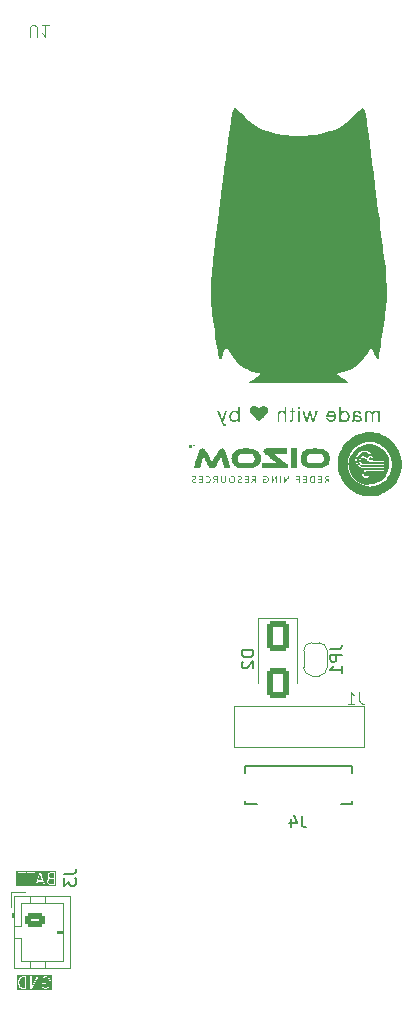
<source format=gbr>
%TF.GenerationSoftware,KiCad,Pcbnew,8.0.5*%
%TF.CreationDate,2024-09-26T19:22:18+05:30*%
%TF.ProjectId,AirOwl_v1,4169724f-776c-45f7-9631-2e6b69636164,rev?*%
%TF.SameCoordinates,Original*%
%TF.FileFunction,Legend,Bot*%
%TF.FilePolarity,Positive*%
%FSLAX46Y46*%
G04 Gerber Fmt 4.6, Leading zero omitted, Abs format (unit mm)*
G04 Created by KiCad (PCBNEW 8.0.5) date 2024-09-26 19:22:18*
%MOMM*%
%LPD*%
G01*
G04 APERTURE LIST*
G04 Aperture macros list*
%AMRoundRect*
0 Rectangle with rounded corners*
0 $1 Rounding radius*
0 $2 $3 $4 $5 $6 $7 $8 $9 X,Y pos of 4 corners*
0 Add a 4 corners polygon primitive as box body*
4,1,4,$2,$3,$4,$5,$6,$7,$8,$9,$2,$3,0*
0 Add four circle primitives for the rounded corners*
1,1,$1+$1,$2,$3*
1,1,$1+$1,$4,$5*
1,1,$1+$1,$6,$7*
1,1,$1+$1,$8,$9*
0 Add four rect primitives between the rounded corners*
20,1,$1+$1,$2,$3,$4,$5,0*
20,1,$1+$1,$4,$5,$6,$7,0*
20,1,$1+$1,$6,$7,$8,$9,0*
20,1,$1+$1,$8,$9,$2,$3,0*%
%AMFreePoly0*
4,1,19,0.500000,-0.750000,0.000000,-0.750000,0.000000,-0.744911,-0.071157,-0.744911,-0.207708,-0.704816,-0.327430,-0.627875,-0.420627,-0.520320,-0.479746,-0.390866,-0.500000,-0.250000,-0.500000,0.250000,-0.479746,0.390866,-0.420627,0.520320,-0.327430,0.627875,-0.207708,0.704816,-0.071157,0.744911,0.000000,0.744911,0.000000,0.750000,0.500000,0.750000,0.500000,-0.750000,0.500000,-0.750000,
$1*%
%AMFreePoly1*
4,1,19,0.000000,0.744911,0.071157,0.744911,0.207708,0.704816,0.327430,0.627875,0.420627,0.520320,0.479746,0.390866,0.500000,0.250000,0.500000,-0.250000,0.479746,-0.390866,0.420627,-0.520320,0.327430,-0.627875,0.207708,-0.704816,0.071157,-0.744911,0.000000,-0.744911,0.000000,-0.750000,-0.500000,-0.750000,-0.500000,0.750000,0.000000,0.750000,0.000000,0.744911,0.000000,0.744911,
$1*%
G04 Aperture macros list end*
%ADD10C,0.100000*%
%ADD11C,0.150000*%
%ADD12C,0.120000*%
%ADD13C,0.000000*%
%ADD14C,0.010000*%
%ADD15FreePoly0,90.000000*%
%ADD16FreePoly1,90.000000*%
%ADD17R,1.700000X1.700000*%
%ADD18O,1.700000X1.700000*%
%ADD19O,1.152400X1.852400*%
%ADD20O,0.750000X0.750000*%
%ADD21O,1.500000X2.800000*%
%ADD22RoundRect,0.250000X-0.650000X1.000000X-0.650000X-1.000000X0.650000X-1.000000X0.650000X1.000000X0*%
%ADD23C,1.800000*%
%ADD24RoundRect,0.250000X-0.625000X0.350000X-0.625000X-0.350000X0.625000X-0.350000X0.625000X0.350000X0*%
%ADD25O,1.750000X1.200000*%
G04 APERTURE END LIST*
D10*
G36*
X64798496Y-115622419D02*
G01*
X64618514Y-115622419D01*
X64494554Y-115581099D01*
X64413398Y-115499942D01*
X64371863Y-115416872D01*
X64327068Y-115237692D01*
X64327068Y-115107145D01*
X64371863Y-114927965D01*
X64413399Y-114844893D01*
X64494552Y-114763739D01*
X64618514Y-114722419D01*
X64798496Y-114722419D01*
X64798496Y-115622419D01*
G37*
G36*
X67104845Y-115833530D02*
G01*
X64115957Y-115833530D01*
X64115957Y-115100990D01*
X64227068Y-115100990D01*
X64227068Y-115243847D01*
X64228263Y-115249856D01*
X64228561Y-115255974D01*
X64276180Y-115446450D01*
X64278519Y-115451402D01*
X64279966Y-115456684D01*
X64327584Y-115551921D01*
X64332495Y-115558249D01*
X64336950Y-115564916D01*
X64432189Y-115660155D01*
X64434270Y-115661545D01*
X64434784Y-115662573D01*
X64441749Y-115666543D01*
X64448410Y-115670994D01*
X64449558Y-115670994D01*
X64451733Y-115672234D01*
X64594589Y-115719853D01*
X64602539Y-115720855D01*
X64610401Y-115722419D01*
X64848496Y-115722419D01*
X64867630Y-115718613D01*
X64894690Y-115691553D01*
X64898496Y-115672419D01*
X64898496Y-114672419D01*
X65274687Y-114672419D01*
X65274687Y-115672419D01*
X65278493Y-115691553D01*
X65283347Y-115696407D01*
X65285155Y-115703034D01*
X65296399Y-115709459D01*
X65305553Y-115718613D01*
X65312419Y-115718613D01*
X65318381Y-115722020D01*
X65330874Y-115718613D01*
X65343821Y-115718613D01*
X65348675Y-115713758D01*
X65355302Y-115711951D01*
X65368099Y-115697226D01*
X65846115Y-114860697D01*
X65846115Y-115672419D01*
X65849921Y-115691553D01*
X65876981Y-115718613D01*
X65915249Y-115718613D01*
X65942309Y-115691553D01*
X65946115Y-115672419D01*
X65946115Y-115243847D01*
X66274687Y-115243847D01*
X66274687Y-115577180D01*
X66278493Y-115596314D01*
X66289331Y-115612535D01*
X66336950Y-115660155D01*
X66339032Y-115661546D01*
X66339546Y-115662573D01*
X66346504Y-115666539D01*
X66353171Y-115670994D01*
X66354320Y-115670994D01*
X66356495Y-115672234D01*
X66499351Y-115719853D01*
X66507301Y-115720855D01*
X66515163Y-115722419D01*
X66610401Y-115722419D01*
X66618263Y-115720855D01*
X66626212Y-115719853D01*
X66769069Y-115672234D01*
X66771244Y-115670994D01*
X66772393Y-115670994D01*
X66779063Y-115666536D01*
X66786017Y-115662573D01*
X66786529Y-115661547D01*
X66788614Y-115660155D01*
X66883852Y-115564916D01*
X66888305Y-115558250D01*
X66893217Y-115551922D01*
X66940836Y-115456684D01*
X66942282Y-115451402D01*
X66944622Y-115446450D01*
X66992241Y-115255974D01*
X66992538Y-115249856D01*
X66993734Y-115243847D01*
X66993734Y-115100990D01*
X66992538Y-115094980D01*
X66992241Y-115088863D01*
X66944622Y-114898387D01*
X66942282Y-114893434D01*
X66940836Y-114888153D01*
X66893217Y-114792915D01*
X66888301Y-114786580D01*
X66883851Y-114779921D01*
X66788613Y-114684683D01*
X66786530Y-114683291D01*
X66786017Y-114682265D01*
X66779056Y-114678297D01*
X66772392Y-114673844D01*
X66771244Y-114673844D01*
X66769069Y-114672604D01*
X66626212Y-114624985D01*
X66618263Y-114623982D01*
X66610401Y-114622419D01*
X66467544Y-114622419D01*
X66465087Y-114622907D01*
X66463999Y-114622545D01*
X66456271Y-114624661D01*
X66448410Y-114626225D01*
X66447598Y-114627036D01*
X66445183Y-114627698D01*
X66349945Y-114675317D01*
X66334533Y-114687278D01*
X66322432Y-114723583D01*
X66339546Y-114757811D01*
X66375851Y-114769912D01*
X66394667Y-114764759D01*
X66479348Y-114722419D01*
X66602288Y-114722419D01*
X66726249Y-114763739D01*
X66807402Y-114844892D01*
X66848939Y-114927966D01*
X66893734Y-115107145D01*
X66893734Y-115237692D01*
X66848939Y-115416870D01*
X66807402Y-115499944D01*
X66726248Y-115581098D01*
X66602288Y-115622419D01*
X66523276Y-115622419D01*
X66399316Y-115581099D01*
X66374687Y-115556469D01*
X66374687Y-115293847D01*
X66515163Y-115293847D01*
X66534297Y-115290041D01*
X66561357Y-115262981D01*
X66561357Y-115224713D01*
X66534297Y-115197653D01*
X66515163Y-115193847D01*
X66324687Y-115193847D01*
X66305553Y-115197653D01*
X66278493Y-115224713D01*
X66274687Y-115243847D01*
X65946115Y-115243847D01*
X65946115Y-114672419D01*
X65942309Y-114653285D01*
X65937454Y-114648430D01*
X65935647Y-114641804D01*
X65924402Y-114635378D01*
X65915249Y-114626225D01*
X65908383Y-114626225D01*
X65902421Y-114622818D01*
X65889929Y-114626225D01*
X65876981Y-114626225D01*
X65872125Y-114631080D01*
X65865501Y-114632887D01*
X65852703Y-114647612D01*
X65374687Y-115484140D01*
X65374687Y-114672419D01*
X65370881Y-114653285D01*
X65343821Y-114626225D01*
X65305553Y-114626225D01*
X65278493Y-114653285D01*
X65274687Y-114672419D01*
X64898496Y-114672419D01*
X64894690Y-114653285D01*
X64867630Y-114626225D01*
X64848496Y-114622419D01*
X64610401Y-114622419D01*
X64602539Y-114623982D01*
X64594589Y-114624985D01*
X64451733Y-114672604D01*
X64449558Y-114673844D01*
X64448410Y-114673844D01*
X64441749Y-114678294D01*
X64434784Y-114682265D01*
X64434270Y-114683292D01*
X64432189Y-114684683D01*
X64336951Y-114779921D01*
X64332499Y-114786582D01*
X64327584Y-114792916D01*
X64279966Y-114888153D01*
X64278519Y-114893434D01*
X64276180Y-114898387D01*
X64228561Y-115088863D01*
X64228263Y-115094980D01*
X64227068Y-115100990D01*
X64115957Y-115100990D01*
X64115957Y-114511308D01*
X67104845Y-114511308D01*
X67104845Y-115833530D01*
G37*
G36*
X67246115Y-106822419D02*
G01*
X66926967Y-106822419D01*
X66849544Y-106783708D01*
X66813398Y-106747561D01*
X66774687Y-106670139D01*
X66774687Y-106550888D01*
X66813398Y-106473464D01*
X66846934Y-106439929D01*
X66970895Y-106398609D01*
X67246115Y-106398609D01*
X67246115Y-106822419D01*
G37*
G36*
X67246115Y-106298609D02*
G01*
X66974586Y-106298609D01*
X66897162Y-106259897D01*
X66861017Y-106223753D01*
X66822306Y-106146330D01*
X66822306Y-106074698D01*
X66861017Y-105997274D01*
X66897162Y-105961130D01*
X66974586Y-105922419D01*
X67246115Y-105922419D01*
X67246115Y-106298609D01*
G37*
G36*
X66274363Y-106536704D02*
G01*
X65936915Y-106536704D01*
X66105639Y-106030532D01*
X66274363Y-106536704D01*
G37*
G36*
X67457226Y-107033530D02*
G01*
X64091191Y-107033530D01*
X64091191Y-105853285D01*
X64202302Y-105853285D01*
X64202302Y-105891553D01*
X64229362Y-105918613D01*
X64248496Y-105922419D01*
X64484210Y-105922419D01*
X64484210Y-106872419D01*
X64488016Y-106891553D01*
X64515076Y-106918613D01*
X64553344Y-106918613D01*
X64580404Y-106891553D01*
X64584210Y-106872419D01*
X64584210Y-105922419D01*
X64819924Y-105922419D01*
X64839058Y-105918613D01*
X64866118Y-105891553D01*
X64866118Y-105853285D01*
X64964207Y-105853285D01*
X64964207Y-105891553D01*
X64991267Y-105918613D01*
X65010401Y-105922419D01*
X65246115Y-105922419D01*
X65246115Y-106872419D01*
X65249921Y-106891553D01*
X65276981Y-106918613D01*
X65315249Y-106918613D01*
X65342309Y-106891553D01*
X65345410Y-106875963D01*
X65722432Y-106875963D01*
X65739546Y-106910192D01*
X65775850Y-106922293D01*
X65810079Y-106905179D01*
X65819740Y-106888230D01*
X65903582Y-106636704D01*
X66307696Y-106636704D01*
X66391538Y-106888230D01*
X66401199Y-106905178D01*
X66435428Y-106922293D01*
X66471732Y-106910191D01*
X66488846Y-106875963D01*
X66486406Y-106856607D01*
X66380565Y-106539085D01*
X66674687Y-106539085D01*
X66674687Y-106681942D01*
X66675175Y-106684398D01*
X66674813Y-106685487D01*
X66676929Y-106693214D01*
X66678493Y-106701076D01*
X66679304Y-106701887D01*
X66679966Y-106704303D01*
X66727584Y-106799540D01*
X66732495Y-106805868D01*
X66736950Y-106812535D01*
X66784569Y-106860155D01*
X66791235Y-106864609D01*
X66797564Y-106869521D01*
X66892802Y-106917140D01*
X66895217Y-106917801D01*
X66896029Y-106918613D01*
X66903890Y-106920176D01*
X66911618Y-106922293D01*
X66912706Y-106921930D01*
X66915163Y-106922419D01*
X67296115Y-106922419D01*
X67315249Y-106918613D01*
X67342309Y-106891553D01*
X67346115Y-106872419D01*
X67346115Y-105872419D01*
X67342309Y-105853285D01*
X67315249Y-105826225D01*
X67296115Y-105822419D01*
X66962782Y-105822419D01*
X66960325Y-105822907D01*
X66959237Y-105822545D01*
X66951509Y-105824661D01*
X66943648Y-105826225D01*
X66942836Y-105827036D01*
X66940421Y-105827698D01*
X66845183Y-105875317D01*
X66838854Y-105880228D01*
X66832188Y-105884683D01*
X66784570Y-105932302D01*
X66780118Y-105938963D01*
X66775203Y-105945297D01*
X66727585Y-106040534D01*
X66726923Y-106042949D01*
X66726112Y-106043761D01*
X66724548Y-106051622D01*
X66722432Y-106059350D01*
X66722794Y-106060438D01*
X66722306Y-106062895D01*
X66722306Y-106158133D01*
X66722794Y-106160589D01*
X66722432Y-106161678D01*
X66724548Y-106169405D01*
X66726112Y-106177267D01*
X66726923Y-106178078D01*
X66727585Y-106180494D01*
X66775203Y-106275731D01*
X66780118Y-106282064D01*
X66784570Y-106288726D01*
X66832188Y-106336345D01*
X66835274Y-106338407D01*
X66804114Y-106348794D01*
X66801939Y-106350034D01*
X66800790Y-106350034D01*
X66794123Y-106354488D01*
X66787165Y-106358455D01*
X66786651Y-106359481D01*
X66784569Y-106360873D01*
X66736951Y-106408492D01*
X66732499Y-106415153D01*
X66727584Y-106421487D01*
X66679966Y-106516724D01*
X66679304Y-106519139D01*
X66678493Y-106519951D01*
X66676929Y-106527812D01*
X66674813Y-106535540D01*
X66675175Y-106536628D01*
X66674687Y-106539085D01*
X66380565Y-106539085D01*
X66153073Y-105856608D01*
X66143412Y-105839659D01*
X66140069Y-105837987D01*
X66138399Y-105834647D01*
X66123362Y-105829634D01*
X66109183Y-105822545D01*
X66105638Y-105823726D01*
X66102095Y-105822545D01*
X66087921Y-105829632D01*
X66072879Y-105834646D01*
X66071207Y-105837989D01*
X66067866Y-105839660D01*
X66058205Y-105856608D01*
X65724872Y-106856608D01*
X65722432Y-106875963D01*
X65345410Y-106875963D01*
X65346115Y-106872419D01*
X65346115Y-105922419D01*
X65581829Y-105922419D01*
X65600963Y-105918613D01*
X65628023Y-105891553D01*
X65628023Y-105853285D01*
X65600963Y-105826225D01*
X65581829Y-105822419D01*
X65010401Y-105822419D01*
X64991267Y-105826225D01*
X64964207Y-105853285D01*
X64866118Y-105853285D01*
X64839058Y-105826225D01*
X64819924Y-105822419D01*
X64248496Y-105822419D01*
X64229362Y-105826225D01*
X64202302Y-105853285D01*
X64091191Y-105853285D01*
X64091191Y-105711308D01*
X67457226Y-105711308D01*
X67457226Y-107033530D01*
G37*
D11*
X90654819Y-86966666D02*
X91369104Y-86966666D01*
X91369104Y-86966666D02*
X91511961Y-86919047D01*
X91511961Y-86919047D02*
X91607200Y-86823809D01*
X91607200Y-86823809D02*
X91654819Y-86680952D01*
X91654819Y-86680952D02*
X91654819Y-86585714D01*
X91654819Y-87442857D02*
X90654819Y-87442857D01*
X90654819Y-87442857D02*
X90654819Y-87823809D01*
X90654819Y-87823809D02*
X90702438Y-87919047D01*
X90702438Y-87919047D02*
X90750057Y-87966666D01*
X90750057Y-87966666D02*
X90845295Y-88014285D01*
X90845295Y-88014285D02*
X90988152Y-88014285D01*
X90988152Y-88014285D02*
X91083390Y-87966666D01*
X91083390Y-87966666D02*
X91131009Y-87919047D01*
X91131009Y-87919047D02*
X91178628Y-87823809D01*
X91178628Y-87823809D02*
X91178628Y-87442857D01*
X91654819Y-88966666D02*
X91654819Y-88395238D01*
X91654819Y-88680952D02*
X90654819Y-88680952D01*
X90654819Y-88680952D02*
X90797676Y-88585714D01*
X90797676Y-88585714D02*
X90892914Y-88490476D01*
X90892914Y-88490476D02*
X90940533Y-88395238D01*
X88258333Y-101040819D02*
X88258333Y-101755104D01*
X88258333Y-101755104D02*
X88305952Y-101897961D01*
X88305952Y-101897961D02*
X88401190Y-101993200D01*
X88401190Y-101993200D02*
X88544047Y-102040819D01*
X88544047Y-102040819D02*
X88639285Y-102040819D01*
X87353571Y-101374152D02*
X87353571Y-102040819D01*
X87591666Y-100993200D02*
X87829761Y-101707485D01*
X87829761Y-101707485D02*
X87210714Y-101707485D01*
D10*
X93133333Y-90557419D02*
X93133333Y-91271704D01*
X93133333Y-91271704D02*
X93180952Y-91414561D01*
X93180952Y-91414561D02*
X93276190Y-91509800D01*
X93276190Y-91509800D02*
X93419047Y-91557419D01*
X93419047Y-91557419D02*
X93514285Y-91557419D01*
X92133333Y-91557419D02*
X92704761Y-91557419D01*
X92419047Y-91557419D02*
X92419047Y-90557419D01*
X92419047Y-90557419D02*
X92514285Y-90700276D01*
X92514285Y-90700276D02*
X92609523Y-90795514D01*
X92609523Y-90795514D02*
X92704761Y-90843133D01*
D11*
X84154819Y-87061905D02*
X83154819Y-87061905D01*
X83154819Y-87061905D02*
X83154819Y-87300000D01*
X83154819Y-87300000D02*
X83202438Y-87442857D01*
X83202438Y-87442857D02*
X83297676Y-87538095D01*
X83297676Y-87538095D02*
X83392914Y-87585714D01*
X83392914Y-87585714D02*
X83583390Y-87633333D01*
X83583390Y-87633333D02*
X83726247Y-87633333D01*
X83726247Y-87633333D02*
X83916723Y-87585714D01*
X83916723Y-87585714D02*
X84011961Y-87538095D01*
X84011961Y-87538095D02*
X84107200Y-87442857D01*
X84107200Y-87442857D02*
X84154819Y-87300000D01*
X84154819Y-87300000D02*
X84154819Y-87061905D01*
X83250057Y-88014286D02*
X83202438Y-88061905D01*
X83202438Y-88061905D02*
X83154819Y-88157143D01*
X83154819Y-88157143D02*
X83154819Y-88395238D01*
X83154819Y-88395238D02*
X83202438Y-88490476D01*
X83202438Y-88490476D02*
X83250057Y-88538095D01*
X83250057Y-88538095D02*
X83345295Y-88585714D01*
X83345295Y-88585714D02*
X83440533Y-88585714D01*
X83440533Y-88585714D02*
X83583390Y-88538095D01*
X83583390Y-88538095D02*
X84154819Y-87966667D01*
X84154819Y-87966667D02*
X84154819Y-88585714D01*
D10*
X65238095Y-35112180D02*
X65238095Y-34302657D01*
X65238095Y-34302657D02*
X65285714Y-34207419D01*
X65285714Y-34207419D02*
X65333333Y-34159800D01*
X65333333Y-34159800D02*
X65428571Y-34112180D01*
X65428571Y-34112180D02*
X65619047Y-34112180D01*
X65619047Y-34112180D02*
X65714285Y-34159800D01*
X65714285Y-34159800D02*
X65761904Y-34207419D01*
X65761904Y-34207419D02*
X65809523Y-34302657D01*
X65809523Y-34302657D02*
X65809523Y-35112180D01*
X66809523Y-34112180D02*
X66238095Y-34112180D01*
X66523809Y-34112180D02*
X66523809Y-35112180D01*
X66523809Y-35112180D02*
X66428571Y-34969323D01*
X66428571Y-34969323D02*
X66333333Y-34874085D01*
X66333333Y-34874085D02*
X66238095Y-34826466D01*
D11*
X68154819Y-105966666D02*
X68869104Y-105966666D01*
X68869104Y-105966666D02*
X69011961Y-105919047D01*
X69011961Y-105919047D02*
X69107200Y-105823809D01*
X69107200Y-105823809D02*
X69154819Y-105680952D01*
X69154819Y-105680952D02*
X69154819Y-105585714D01*
X68154819Y-106347619D02*
X68154819Y-106966666D01*
X68154819Y-106966666D02*
X68535771Y-106633333D01*
X68535771Y-106633333D02*
X68535771Y-106776190D01*
X68535771Y-106776190D02*
X68583390Y-106871428D01*
X68583390Y-106871428D02*
X68631009Y-106919047D01*
X68631009Y-106919047D02*
X68726247Y-106966666D01*
X68726247Y-106966666D02*
X68964342Y-106966666D01*
X68964342Y-106966666D02*
X69059580Y-106919047D01*
X69059580Y-106919047D02*
X69107200Y-106871428D01*
X69107200Y-106871428D02*
X69154819Y-106776190D01*
X69154819Y-106776190D02*
X69154819Y-106490476D01*
X69154819Y-106490476D02*
X69107200Y-106395238D01*
X69107200Y-106395238D02*
X69059580Y-106347619D01*
D12*
%TO.C,JP1*%
X89700000Y-89200000D02*
X89100000Y-89200000D01*
X90400000Y-87100000D02*
X90400000Y-88500000D01*
X88400000Y-88500000D02*
X88400000Y-87100000D01*
X89100000Y-86400000D02*
X89700000Y-86400000D01*
X90400000Y-88500000D02*
G75*
G02*
X89700000Y-89200000I-699999J-1D01*
G01*
X89100000Y-89200000D02*
G75*
G02*
X88400000Y-88500000I-1J699999D01*
G01*
X89700000Y-86400000D02*
G75*
G02*
X90400000Y-87100000I0J-700000D01*
G01*
X88400000Y-87100000D02*
G75*
G02*
X89100000Y-86400000I700000J0D01*
G01*
D13*
%TO.C,G\u002A\u002A\u002A*%
G36*
X82753670Y-41223073D02*
G01*
X82914657Y-41351252D01*
X83130327Y-41555927D01*
X83412859Y-41843306D01*
X83459490Y-41891349D01*
X83790511Y-42218973D01*
X84081084Y-42473179D01*
X84359886Y-42672318D01*
X84655591Y-42834738D01*
X84996875Y-42978788D01*
X85412412Y-43122818D01*
X85834678Y-43252011D01*
X86224257Y-43350110D01*
X86603353Y-43418437D01*
X87004193Y-43461571D01*
X87459001Y-43484093D01*
X88000000Y-43490582D01*
X88530333Y-43484386D01*
X88986663Y-43462259D01*
X89388329Y-43419619D01*
X89767555Y-43351885D01*
X90156566Y-43254478D01*
X90587588Y-43122818D01*
X90645764Y-43103796D01*
X91050226Y-42960785D01*
X91384095Y-42815411D01*
X91676045Y-42649326D01*
X91954753Y-42444179D01*
X92248893Y-42181622D01*
X92587141Y-41843306D01*
X92843955Y-41581515D01*
X93065927Y-41368636D01*
X93231968Y-41232889D01*
X93354258Y-41168066D01*
X93444981Y-41167957D01*
X93516320Y-41226354D01*
X93580455Y-41337048D01*
X93589296Y-41358071D01*
X93618980Y-41459022D01*
X93654410Y-41621722D01*
X93696306Y-41851299D01*
X93745388Y-42152885D01*
X93802374Y-42531610D01*
X93867985Y-42992605D01*
X93942939Y-43540999D01*
X94027957Y-44181924D01*
X94123757Y-44920510D01*
X94231059Y-45761887D01*
X94350583Y-46711186D01*
X94483048Y-47773537D01*
X94561722Y-48405726D01*
X94652552Y-49132717D01*
X94743169Y-49855188D01*
X94831520Y-50556916D01*
X94915555Y-51221679D01*
X94993223Y-51833257D01*
X95062472Y-52375425D01*
X95121252Y-52831964D01*
X95167510Y-53186651D01*
X95241315Y-53775951D01*
X95340500Y-54704677D01*
X95409488Y-55558699D01*
X95447684Y-56328086D01*
X95454497Y-57002908D01*
X95429334Y-57573235D01*
X95407828Y-57805113D01*
X95370570Y-58145177D01*
X95322285Y-58546418D01*
X95265308Y-58992541D01*
X95201973Y-59467252D01*
X95134616Y-59954255D01*
X95065571Y-60437257D01*
X94997172Y-60899963D01*
X94931754Y-61326078D01*
X94871651Y-61699307D01*
X94819198Y-62003357D01*
X94776729Y-62221932D01*
X94746579Y-62338738D01*
X94730928Y-62373636D01*
X94674092Y-62420914D01*
X94602268Y-62368732D01*
X94510730Y-62211795D01*
X94394750Y-61944812D01*
X94368270Y-61879328D01*
X94282394Y-61674928D01*
X94213923Y-61523621D01*
X94175753Y-61454285D01*
X94138816Y-61467684D01*
X94053186Y-61556701D01*
X93943674Y-61703665D01*
X93832475Y-61864598D01*
X93497038Y-62310648D01*
X93182145Y-62663963D01*
X92874591Y-62939810D01*
X92746172Y-63038172D01*
X92515970Y-63195333D01*
X92287717Y-63316964D01*
X92031414Y-63415656D01*
X91717066Y-63504001D01*
X91314674Y-63594590D01*
X91282449Y-63601986D01*
X91234273Y-63623819D01*
X91238864Y-63660967D01*
X91307944Y-63725846D01*
X91453233Y-63830874D01*
X91686454Y-63988471D01*
X91865531Y-64111458D01*
X92050753Y-64247014D01*
X92176851Y-64349560D01*
X92223419Y-64403329D01*
X92222904Y-64404372D01*
X92153547Y-64415061D01*
X91971286Y-64424766D01*
X91681668Y-64433414D01*
X91290237Y-64440932D01*
X90802539Y-64447248D01*
X90224121Y-64452287D01*
X89560528Y-64455977D01*
X88817306Y-64458244D01*
X88000000Y-64459017D01*
X87920896Y-64459010D01*
X87110257Y-64458095D01*
X86374217Y-64455692D01*
X85718323Y-64451873D01*
X85148120Y-64446712D01*
X84669155Y-64440282D01*
X84286972Y-64432655D01*
X84007119Y-64423905D01*
X83835140Y-64414106D01*
X83776581Y-64403329D01*
X83807469Y-64364096D01*
X83919940Y-64269657D01*
X84095435Y-64139193D01*
X84313547Y-63988471D01*
X84420393Y-63916810D01*
X84616204Y-63782233D01*
X84728881Y-63695140D01*
X84770146Y-63643114D01*
X84751721Y-63613736D01*
X84685326Y-63594590D01*
X84466323Y-63547120D01*
X84112783Y-63459254D01*
X83831919Y-63367182D01*
X83593734Y-63258311D01*
X83368230Y-63120051D01*
X83125409Y-62939810D01*
X83029226Y-62860952D01*
X82720796Y-62562522D01*
X82400898Y-62181849D01*
X82056326Y-61703665D01*
X81965995Y-61580309D01*
X81874278Y-61478757D01*
X81824248Y-61454285D01*
X81817000Y-61464347D01*
X81768657Y-61560583D01*
X81693775Y-61730365D01*
X81605250Y-61944812D01*
X81565550Y-62041684D01*
X81457830Y-62273208D01*
X81373053Y-62396363D01*
X81306492Y-62416442D01*
X81253421Y-62338738D01*
X81228170Y-62244260D01*
X81187247Y-62038630D01*
X81136020Y-61745299D01*
X81076825Y-61380561D01*
X81011995Y-60960712D01*
X80943866Y-60502045D01*
X80874771Y-60020855D01*
X80807046Y-59533437D01*
X80743024Y-59056086D01*
X80685041Y-58605095D01*
X80635430Y-58196760D01*
X80596527Y-57847375D01*
X80570666Y-57573235D01*
X80551693Y-57244032D01*
X80545793Y-56609732D01*
X80571520Y-55876907D01*
X80628283Y-55055495D01*
X80715488Y-54155431D01*
X80832542Y-53186651D01*
X80873151Y-52875653D01*
X80930658Y-52429613D01*
X80998868Y-51896135D01*
X81075734Y-51291412D01*
X81159207Y-50631632D01*
X81247240Y-49932986D01*
X81337785Y-49211664D01*
X81428794Y-48483856D01*
X81518219Y-47765753D01*
X81574310Y-47314996D01*
X81700976Y-46303102D01*
X81814978Y-45402015D01*
X81917050Y-44606513D01*
X82007922Y-43911378D01*
X82088326Y-43311387D01*
X82158995Y-42801323D01*
X82220660Y-42375964D01*
X82274054Y-42030090D01*
X82319907Y-41758482D01*
X82358952Y-41555919D01*
X82391921Y-41417181D01*
X82419545Y-41337048D01*
X82476971Y-41235414D01*
X82547009Y-41171363D01*
X82635181Y-41165179D01*
X82753670Y-41223073D01*
G37*
G36*
X87863037Y-70805386D02*
G01*
X87863037Y-71655944D01*
X87604704Y-71655944D01*
X87346370Y-71655944D01*
X87346370Y-70805386D01*
X87346370Y-69954828D01*
X87604704Y-69954828D01*
X87863037Y-69954828D01*
X87863037Y-70805386D01*
G37*
G36*
X79158198Y-69689757D02*
G01*
X79197856Y-69695780D01*
X79213037Y-69704663D01*
X79202692Y-69715632D01*
X79171370Y-69721341D01*
X79160260Y-69721554D01*
X79143001Y-69726095D01*
X79133884Y-69742185D01*
X79130317Y-69777092D01*
X79129704Y-69838084D01*
X79129704Y-69838198D01*
X79127494Y-69898059D01*
X79121587Y-69939402D01*
X79113037Y-69954828D01*
X79113021Y-69954828D01*
X79104475Y-69939352D01*
X79098573Y-69897971D01*
X79096370Y-69838084D01*
X79096295Y-69806955D01*
X79094674Y-69758596D01*
X79088931Y-69733053D01*
X79076472Y-69723058D01*
X79054704Y-69721341D01*
X79027300Y-69717200D01*
X79013037Y-69704663D01*
X79023659Y-69697132D01*
X79059771Y-69690518D01*
X79113037Y-69687986D01*
X79158198Y-69689757D01*
G37*
G36*
X86455428Y-72289710D02*
G01*
X86464390Y-72294632D01*
X86470891Y-72311273D01*
X86475302Y-72343959D01*
X86477995Y-72397017D01*
X86479338Y-72474772D01*
X86479704Y-72581551D01*
X86479702Y-72590007D01*
X86479281Y-72694627D01*
X86477855Y-72770525D01*
X86475056Y-72822026D01*
X86470511Y-72853456D01*
X86463850Y-72869142D01*
X86454704Y-72873409D01*
X86453980Y-72873392D01*
X86445018Y-72868470D01*
X86438517Y-72851830D01*
X86434105Y-72819143D01*
X86431413Y-72766086D01*
X86430069Y-72688330D01*
X86429704Y-72581551D01*
X86429705Y-72573095D01*
X86430127Y-72468475D01*
X86431552Y-72392577D01*
X86434352Y-72341076D01*
X86438897Y-72309646D01*
X86445557Y-72293960D01*
X86454704Y-72289693D01*
X86455428Y-72289710D01*
G37*
G36*
X87524663Y-72291018D02*
G01*
X87533481Y-72298146D01*
X87539520Y-72315669D01*
X87543304Y-72348179D01*
X87545357Y-72400268D01*
X87546205Y-72476528D01*
X87546370Y-72581551D01*
X87546219Y-72683341D01*
X87545405Y-72760551D01*
X87543404Y-72813425D01*
X87539691Y-72846556D01*
X87533742Y-72864536D01*
X87525032Y-72871956D01*
X87513037Y-72873409D01*
X87501412Y-72872084D01*
X87492594Y-72864956D01*
X87486555Y-72847433D01*
X87482771Y-72814923D01*
X87480717Y-72762834D01*
X87479870Y-72686574D01*
X87479704Y-72581551D01*
X87479855Y-72479761D01*
X87480669Y-72402552D01*
X87482671Y-72349677D01*
X87486384Y-72316546D01*
X87492333Y-72298566D01*
X87501042Y-72291146D01*
X87513037Y-72289693D01*
X87524663Y-72291018D01*
G37*
G36*
X89379704Y-72877592D02*
G01*
X89237653Y-72870131D01*
X89203698Y-72867982D01*
X89124101Y-72857537D01*
X89065489Y-72837717D01*
X89018862Y-72804538D01*
X88975218Y-72754019D01*
X88966918Y-72741403D01*
X88942506Y-72675647D01*
X88934333Y-72607898D01*
X89001983Y-72607898D01*
X89024693Y-72690907D01*
X89072082Y-72757335D01*
X89097778Y-72776759D01*
X89144561Y-72794390D01*
X89213265Y-72803486D01*
X89313037Y-72810708D01*
X89313037Y-72583556D01*
X89313037Y-72356403D01*
X89239122Y-72356403D01*
X89149404Y-72366213D01*
X89077143Y-72398592D01*
X89028728Y-72453965D01*
X89003654Y-72532708D01*
X89001983Y-72607898D01*
X88934333Y-72607898D01*
X88932739Y-72594685D01*
X88938212Y-72510610D01*
X88959523Y-72435518D01*
X88977927Y-72399592D01*
X89016318Y-72353031D01*
X89069067Y-72321811D01*
X89142316Y-72302835D01*
X89242204Y-72293008D01*
X89379704Y-72285510D01*
X89379704Y-72581551D01*
X89379704Y-72583556D01*
X89379704Y-72877592D01*
G37*
G36*
X78934042Y-69698524D02*
G01*
X78943243Y-69743678D01*
X78946370Y-69821407D01*
X78946315Y-69833342D01*
X78943758Y-69896623D01*
X78937958Y-69939224D01*
X78929704Y-69954828D01*
X78922392Y-69945264D01*
X78915305Y-69910455D01*
X78912260Y-69858931D01*
X78911484Y-69763035D01*
X78874219Y-69853553D01*
X78856498Y-69893117D01*
X78835065Y-69932317D01*
X78820048Y-69949709D01*
X78809867Y-69943850D01*
X78790995Y-69914308D01*
X78770590Y-69867531D01*
X78738037Y-69779713D01*
X78733000Y-69867270D01*
X78729721Y-69906331D01*
X78722188Y-69944609D01*
X78713409Y-69953155D01*
X78705062Y-69934070D01*
X78698823Y-69889454D01*
X78696370Y-69821407D01*
X78697166Y-69762311D01*
X78700845Y-69717071D01*
X78708543Y-69694270D01*
X78721370Y-69687986D01*
X78732952Y-69690323D01*
X78747393Y-69708833D01*
X78750558Y-69722873D01*
X78764515Y-69762125D01*
X78785632Y-69812177D01*
X78822848Y-69894674D01*
X78860505Y-69791330D01*
X78872730Y-69759471D01*
X78898513Y-69706325D01*
X78919041Y-69686041D01*
X78934042Y-69698524D01*
G37*
G36*
X88096370Y-72581551D02*
G01*
X88096219Y-72683341D01*
X88095405Y-72760551D01*
X88093404Y-72813425D01*
X88089691Y-72846556D01*
X88083742Y-72864536D01*
X88075032Y-72871956D01*
X88063037Y-72873409D01*
X88057037Y-72873213D01*
X88042316Y-72867811D01*
X88034081Y-72849804D01*
X88030491Y-72812280D01*
X88029704Y-72748327D01*
X88029704Y-72623245D01*
X87904704Y-72623245D01*
X87882203Y-72623193D01*
X87826998Y-72621752D01*
X87796118Y-72616950D01*
X87782656Y-72606944D01*
X87779704Y-72589890D01*
X87779900Y-72583886D01*
X87785299Y-72569155D01*
X87803294Y-72560915D01*
X87840793Y-72557323D01*
X87904704Y-72556535D01*
X88029704Y-72556535D01*
X88029704Y-72456469D01*
X88029704Y-72356403D01*
X87896370Y-72356403D01*
X87861216Y-72356281D01*
X87808205Y-72354606D01*
X87778642Y-72349627D01*
X87765821Y-72339667D01*
X87763037Y-72323048D01*
X87763051Y-72321262D01*
X87765922Y-72306677D01*
X87777990Y-72297435D01*
X87805287Y-72292329D01*
X87853848Y-72290151D01*
X87929704Y-72289693D01*
X88096370Y-72289693D01*
X88096370Y-72581551D01*
G37*
G36*
X80302336Y-72291361D02*
G01*
X80360507Y-72302552D01*
X80409023Y-72322958D01*
X80445346Y-72348785D01*
X80493980Y-72406109D01*
X80521156Y-72480982D01*
X80529642Y-72579280D01*
X80529317Y-72599969D01*
X80514124Y-72706074D01*
X80476277Y-72787899D01*
X80415839Y-72845288D01*
X80383697Y-72859843D01*
X80331023Y-72868660D01*
X80254704Y-72869169D01*
X80244855Y-72868812D01*
X80187138Y-72865500D01*
X80154241Y-72859340D01*
X80138644Y-72847815D01*
X80132824Y-72828410D01*
X80132742Y-72827829D01*
X80132287Y-72804453D01*
X80146109Y-72799007D01*
X80182824Y-72807969D01*
X80228288Y-72816902D01*
X80307350Y-72811658D01*
X80376156Y-72781727D01*
X80428044Y-72730665D01*
X80456349Y-72662028D01*
X80463238Y-72564087D01*
X80446276Y-72479223D01*
X80408053Y-72412640D01*
X80351492Y-72367754D01*
X80279522Y-72347987D01*
X80195067Y-72356755D01*
X80157155Y-72365587D01*
X80126989Y-72366104D01*
X80110960Y-72353520D01*
X80108440Y-72348839D01*
X80111263Y-72324580D01*
X80138973Y-72305995D01*
X80184660Y-72293791D01*
X80241417Y-72288677D01*
X80302336Y-72291361D01*
G37*
G36*
X79879704Y-72581551D02*
G01*
X79879704Y-72873409D01*
X79713037Y-72873409D01*
X79704111Y-72873407D01*
X79631236Y-72872832D01*
X79585057Y-72870417D01*
X79559542Y-72864954D01*
X79548658Y-72855235D01*
X79546370Y-72840054D01*
X79546861Y-72831260D01*
X79553555Y-72817998D01*
X79573457Y-72810603D01*
X79613271Y-72807395D01*
X79679704Y-72806699D01*
X79813037Y-72806699D01*
X79813037Y-72706633D01*
X79813037Y-72606568D01*
X79688037Y-72606568D01*
X79668265Y-72606526D01*
X79611904Y-72605137D01*
X79580167Y-72600441D01*
X79566173Y-72590641D01*
X79563037Y-72573943D01*
X79563064Y-72571835D01*
X79567545Y-72555492D01*
X79584548Y-72545578D01*
X79621011Y-72539938D01*
X79683870Y-72536418D01*
X79804704Y-72531518D01*
X79809741Y-72443961D01*
X79814779Y-72356403D01*
X79680575Y-72356403D01*
X79644126Y-72356272D01*
X79591331Y-72354574D01*
X79561896Y-72349579D01*
X79549138Y-72339624D01*
X79546370Y-72323048D01*
X79546384Y-72321262D01*
X79549256Y-72306677D01*
X79561323Y-72297435D01*
X79588621Y-72292329D01*
X79637181Y-72290151D01*
X79713037Y-72289693D01*
X79879704Y-72289693D01*
X79879704Y-72581551D01*
G37*
G36*
X83746370Y-72581551D02*
G01*
X83746370Y-72873409D01*
X83579704Y-72873409D01*
X83570778Y-72873407D01*
X83497902Y-72872832D01*
X83451724Y-72870417D01*
X83426209Y-72864954D01*
X83415325Y-72855235D01*
X83413037Y-72840054D01*
X83413528Y-72831260D01*
X83420222Y-72817998D01*
X83440124Y-72810603D01*
X83479938Y-72807395D01*
X83546370Y-72806699D01*
X83679704Y-72806699D01*
X83679704Y-72706633D01*
X83679704Y-72606568D01*
X83554704Y-72606568D01*
X83534932Y-72606526D01*
X83478570Y-72605137D01*
X83446834Y-72600441D01*
X83432839Y-72590641D01*
X83429704Y-72573943D01*
X83429730Y-72571835D01*
X83434212Y-72555492D01*
X83451215Y-72545578D01*
X83487678Y-72539938D01*
X83550537Y-72536418D01*
X83671370Y-72531518D01*
X83676408Y-72443961D01*
X83681446Y-72356403D01*
X83547241Y-72356403D01*
X83510793Y-72356272D01*
X83457998Y-72354574D01*
X83428563Y-72349579D01*
X83415805Y-72339624D01*
X83413037Y-72323048D01*
X83413051Y-72321262D01*
X83415922Y-72306677D01*
X83427990Y-72297435D01*
X83455287Y-72292329D01*
X83503848Y-72290151D01*
X83579704Y-72289693D01*
X83746370Y-72289693D01*
X83746370Y-72581551D01*
G37*
G36*
X88679704Y-72581551D02*
G01*
X88679704Y-72873409D01*
X88513037Y-72873409D01*
X88504111Y-72873407D01*
X88431236Y-72872832D01*
X88385057Y-72870417D01*
X88359542Y-72864954D01*
X88348658Y-72855235D01*
X88346370Y-72840054D01*
X88346861Y-72831260D01*
X88353555Y-72817998D01*
X88373457Y-72810603D01*
X88413271Y-72807395D01*
X88479704Y-72806699D01*
X88613037Y-72806699D01*
X88613037Y-72706633D01*
X88613037Y-72606568D01*
X88488037Y-72606568D01*
X88465536Y-72606515D01*
X88410331Y-72605075D01*
X88379452Y-72600273D01*
X88365990Y-72590266D01*
X88363037Y-72573212D01*
X88363233Y-72567208D01*
X88368632Y-72552477D01*
X88386627Y-72544237D01*
X88424126Y-72540645D01*
X88488037Y-72539857D01*
X88613037Y-72539857D01*
X88613037Y-72448130D01*
X88613037Y-72356403D01*
X88479704Y-72356403D01*
X88444549Y-72356281D01*
X88391539Y-72354606D01*
X88361975Y-72349627D01*
X88349154Y-72339667D01*
X88346370Y-72323048D01*
X88346384Y-72321262D01*
X88349256Y-72306677D01*
X88361323Y-72297435D01*
X88388621Y-72292329D01*
X88437181Y-72290151D01*
X88513037Y-72289693D01*
X88679704Y-72289693D01*
X88679704Y-72581551D01*
G37*
G36*
X89963037Y-72581551D02*
G01*
X89963037Y-72873409D01*
X89796370Y-72873409D01*
X89787444Y-72873407D01*
X89714569Y-72872832D01*
X89668391Y-72870417D01*
X89642876Y-72864954D01*
X89631991Y-72855235D01*
X89629704Y-72840054D01*
X89630194Y-72831260D01*
X89636888Y-72817998D01*
X89656790Y-72810603D01*
X89696605Y-72807395D01*
X89763037Y-72806699D01*
X89896370Y-72806699D01*
X89896370Y-72706633D01*
X89896370Y-72606568D01*
X89771370Y-72606568D01*
X89748870Y-72606515D01*
X89693665Y-72605075D01*
X89662785Y-72600273D01*
X89649323Y-72590266D01*
X89646370Y-72573212D01*
X89646567Y-72567208D01*
X89651965Y-72552477D01*
X89669960Y-72544237D01*
X89707460Y-72540645D01*
X89771370Y-72539857D01*
X89896370Y-72539857D01*
X89896370Y-72448130D01*
X89896370Y-72356403D01*
X89763037Y-72356403D01*
X89727883Y-72356281D01*
X89674872Y-72354606D01*
X89645308Y-72349627D01*
X89632487Y-72339667D01*
X89629704Y-72323048D01*
X89629717Y-72321262D01*
X89632589Y-72306677D01*
X89644657Y-72297435D01*
X89671954Y-72292329D01*
X89720514Y-72290151D01*
X89796370Y-72289693D01*
X89963037Y-72289693D01*
X89963037Y-72581551D01*
G37*
G36*
X82603824Y-72581551D02*
G01*
X82601371Y-72641656D01*
X82583998Y-72728077D01*
X82548077Y-72792733D01*
X82491395Y-72840729D01*
X82491089Y-72840915D01*
X82428255Y-72864495D01*
X82351262Y-72873331D01*
X82274664Y-72867162D01*
X82213013Y-72845726D01*
X82197175Y-72835360D01*
X82141459Y-72774773D01*
X82107714Y-72689846D01*
X82096370Y-72581551D01*
X82096661Y-72577917D01*
X82163063Y-72577917D01*
X82163543Y-72600422D01*
X82178619Y-72691569D01*
X82214387Y-72758171D01*
X82270235Y-72798960D01*
X82291126Y-72807419D01*
X82336084Y-72820344D01*
X82374790Y-72817548D01*
X82424279Y-72799042D01*
X82453701Y-72783641D01*
X82502029Y-72737383D01*
X82529404Y-72670707D01*
X82538037Y-72579338D01*
X82534868Y-72522719D01*
X82514235Y-72447714D01*
X82472458Y-72395064D01*
X82407279Y-72361003D01*
X82399874Y-72358646D01*
X82323613Y-72349953D01*
X82258439Y-72370519D01*
X82207715Y-72417360D01*
X82174803Y-72487488D01*
X82163063Y-72577917D01*
X82096661Y-72577917D01*
X82103658Y-72490495D01*
X82132291Y-72402515D01*
X82182676Y-72339777D01*
X82254874Y-72302213D01*
X82348942Y-72289755D01*
X82434098Y-72299096D01*
X82509090Y-72332296D01*
X82562047Y-72390064D01*
X82593462Y-72472962D01*
X82603613Y-72579338D01*
X82603824Y-72581551D01*
G37*
G36*
X86105385Y-72289705D02*
G01*
X86114353Y-72294570D01*
X86120863Y-72311185D01*
X86125284Y-72343871D01*
X86127986Y-72396948D01*
X86129336Y-72474734D01*
X86129704Y-72581551D01*
X86129325Y-72688177D01*
X86127942Y-72766276D01*
X86125195Y-72819568D01*
X86120725Y-72852334D01*
X86114171Y-72868854D01*
X86105174Y-72873409D01*
X86103539Y-72873315D01*
X86093804Y-72866253D01*
X86086785Y-72844636D01*
X86081880Y-72803764D01*
X86078488Y-72738938D01*
X86076007Y-72645458D01*
X86071370Y-72417506D01*
X85921370Y-72645119D01*
X85908049Y-72665321D01*
X85844662Y-72760027D01*
X85796751Y-72826003D01*
X85762151Y-72862590D01*
X85738696Y-72869126D01*
X85724223Y-72844951D01*
X85716565Y-72789403D01*
X85713558Y-72701824D01*
X85713037Y-72581551D01*
X85713182Y-72483129D01*
X85713981Y-72404904D01*
X85715953Y-72351192D01*
X85719613Y-72317403D01*
X85725477Y-72298950D01*
X85734063Y-72291242D01*
X85745887Y-72289693D01*
X85757826Y-72291188D01*
X85767651Y-72299661D01*
X85774218Y-72320400D01*
X85778429Y-72358677D01*
X85781184Y-72419765D01*
X85783387Y-72508934D01*
X85788037Y-72728174D01*
X85933941Y-72508934D01*
X85964632Y-72463626D01*
X86013663Y-72394667D01*
X86055836Y-72339520D01*
X86087442Y-72302943D01*
X86104774Y-72289693D01*
X86105385Y-72289705D01*
G37*
G36*
X85263833Y-72303688D02*
G01*
X85343831Y-72339790D01*
X85400860Y-72400062D01*
X85434994Y-72484574D01*
X85446308Y-72593395D01*
X85445392Y-72625528D01*
X85428802Y-72716473D01*
X85389656Y-72786469D01*
X85325690Y-72840144D01*
X85304082Y-72850533D01*
X85239451Y-72866938D01*
X85162036Y-72874010D01*
X85085238Y-72870996D01*
X85022455Y-72857144D01*
X85006837Y-72850477D01*
X84991692Y-72837825D01*
X84983577Y-72814811D01*
X84980308Y-72773773D01*
X84979704Y-72707046D01*
X84979704Y-72573212D01*
X85096370Y-72573212D01*
X85132895Y-72573577D01*
X85181506Y-72576858D01*
X85206176Y-72584637D01*
X85213037Y-72598229D01*
X85207705Y-72611295D01*
X85182109Y-72620567D01*
X85129704Y-72623245D01*
X85046370Y-72623245D01*
X85046370Y-72714216D01*
X85046370Y-72805187D01*
X85106312Y-72816440D01*
X85109584Y-72817026D01*
X85189880Y-72816756D01*
X85267833Y-72792395D01*
X85329946Y-72748069D01*
X85348229Y-72722973D01*
X85372351Y-72657134D01*
X85379869Y-72579990D01*
X85370274Y-72503543D01*
X85343055Y-72439791D01*
X85326651Y-72418351D01*
X85262995Y-72368795D01*
X85183141Y-72347557D01*
X85089259Y-72355359D01*
X85041609Y-72364389D01*
X85009918Y-72364226D01*
X84994120Y-72352760D01*
X84988174Y-72332256D01*
X85004995Y-72313126D01*
X85050667Y-72300244D01*
X85127288Y-72292662D01*
X85160791Y-72291685D01*
X85263833Y-72303688D01*
G37*
G36*
X84346370Y-72581551D02*
G01*
X84346016Y-72684390D01*
X84344658Y-72763777D01*
X84341940Y-72818120D01*
X84337511Y-72851671D01*
X84331016Y-72868684D01*
X84322101Y-72873409D01*
X84316054Y-72872187D01*
X84304537Y-72856508D01*
X84297269Y-72818431D01*
X84292934Y-72752497D01*
X84288037Y-72631584D01*
X84231000Y-72631584D01*
X84214036Y-72632074D01*
X84188573Y-72637973D01*
X84166221Y-72655367D01*
X84140610Y-72690178D01*
X84105365Y-72748327D01*
X84066400Y-72809713D01*
X84029557Y-72853680D01*
X83999902Y-72870400D01*
X83976929Y-72871362D01*
X83963037Y-72864977D01*
X83963540Y-72862818D01*
X83975078Y-72838581D01*
X83998753Y-72795336D01*
X84030418Y-72740732D01*
X84097798Y-72627239D01*
X84047084Y-72576492D01*
X84037083Y-72566071D01*
X84005394Y-72518625D01*
X83996370Y-72464994D01*
X83996705Y-72460638D01*
X84063292Y-72460638D01*
X84064709Y-72482111D01*
X84081808Y-72522752D01*
X84124441Y-72554038D01*
X84163418Y-72566541D01*
X84212733Y-72572590D01*
X84258042Y-72571343D01*
X84285259Y-72562094D01*
X84290018Y-72547901D01*
X84294600Y-72507992D01*
X84296370Y-72453689D01*
X84296370Y-72356403D01*
X84213037Y-72356403D01*
X84184728Y-72357700D01*
X84119147Y-72374748D01*
X84077595Y-72409808D01*
X84063292Y-72460638D01*
X83996705Y-72460638D01*
X83999501Y-72424251D01*
X84022833Y-72363482D01*
X84070465Y-72321644D01*
X84144198Y-72297470D01*
X84245835Y-72289693D01*
X84346370Y-72289693D01*
X84346370Y-72453689D01*
X84346370Y-72581551D01*
G37*
G36*
X79173151Y-72294927D02*
G01*
X79230805Y-72310227D01*
X79276625Y-72333931D01*
X79302684Y-72365489D01*
X79306910Y-72379596D01*
X79312437Y-72430688D01*
X79308864Y-72484313D01*
X79296840Y-72522990D01*
X79294098Y-72526374D01*
X79266333Y-72547486D01*
X79218668Y-72575874D01*
X79159596Y-72606378D01*
X79105653Y-72633570D01*
X79063406Y-72659713D01*
X79041238Y-72682741D01*
X79033082Y-72707503D01*
X79036377Y-72744211D01*
X79064751Y-72783020D01*
X79116886Y-72806855D01*
X79188557Y-72814051D01*
X79275537Y-72802946D01*
X79304388Y-72797750D01*
X79324920Y-72801836D01*
X79329704Y-72822404D01*
X79326422Y-72840674D01*
X79308870Y-72862364D01*
X79284723Y-72866610D01*
X79236842Y-72870218D01*
X79176816Y-72872093D01*
X79130618Y-72871885D01*
X79082333Y-72867084D01*
X79047494Y-72854212D01*
X79014316Y-72830233D01*
X79001656Y-72818982D01*
X78971409Y-72778339D01*
X78963037Y-72729071D01*
X78964036Y-72702022D01*
X78974516Y-72656069D01*
X79000810Y-72619204D01*
X79048320Y-72585301D01*
X79122444Y-72548234D01*
X79154594Y-72533394D01*
X79204001Y-72508389D01*
X79231653Y-72488452D01*
X79243719Y-72468333D01*
X79246370Y-72442782D01*
X79246110Y-72434487D01*
X79229165Y-72385754D01*
X79186990Y-72357046D01*
X79121314Y-72349018D01*
X79033870Y-72362325D01*
X79002994Y-72368551D01*
X78983960Y-72364268D01*
X78979704Y-72342996D01*
X78982694Y-72328817D01*
X79008433Y-72304977D01*
X79054039Y-72291750D01*
X79111587Y-72288584D01*
X79173151Y-72294927D01*
G37*
G36*
X83039818Y-72294927D02*
G01*
X83097472Y-72310227D01*
X83143292Y-72333931D01*
X83169351Y-72365489D01*
X83173577Y-72379596D01*
X83179104Y-72430688D01*
X83175531Y-72484313D01*
X83163507Y-72522990D01*
X83160765Y-72526374D01*
X83132999Y-72547486D01*
X83085335Y-72575874D01*
X83026262Y-72606378D01*
X82972320Y-72633570D01*
X82930073Y-72659713D01*
X82907904Y-72682741D01*
X82899748Y-72707503D01*
X82903043Y-72744211D01*
X82931417Y-72783020D01*
X82983552Y-72806855D01*
X83055223Y-72814051D01*
X83142204Y-72802946D01*
X83171055Y-72797750D01*
X83191587Y-72801836D01*
X83196370Y-72822404D01*
X83193088Y-72840674D01*
X83175537Y-72862364D01*
X83151389Y-72866610D01*
X83103508Y-72870218D01*
X83043483Y-72872093D01*
X82997285Y-72871885D01*
X82948999Y-72867084D01*
X82914161Y-72854212D01*
X82880983Y-72830233D01*
X82868322Y-72818982D01*
X82838076Y-72778339D01*
X82829704Y-72729071D01*
X82830702Y-72702022D01*
X82841182Y-72656069D01*
X82867477Y-72619204D01*
X82914987Y-72585301D01*
X82989111Y-72548234D01*
X83021260Y-72533394D01*
X83070667Y-72508389D01*
X83098319Y-72488452D01*
X83110386Y-72468333D01*
X83113037Y-72442782D01*
X83112777Y-72434487D01*
X83095832Y-72385754D01*
X83053656Y-72357046D01*
X82987981Y-72349018D01*
X82900537Y-72362325D01*
X82869660Y-72368551D01*
X82850627Y-72364268D01*
X82846370Y-72342996D01*
X82849360Y-72328817D01*
X82875100Y-72304977D01*
X82920706Y-72291750D01*
X82978254Y-72288584D01*
X83039818Y-72294927D01*
G37*
G36*
X81129704Y-72581551D02*
G01*
X81129563Y-72678197D01*
X81128771Y-72756956D01*
X81126815Y-72811110D01*
X81123182Y-72845246D01*
X81117360Y-72863950D01*
X81108837Y-72871809D01*
X81097101Y-72873409D01*
X81094994Y-72873383D01*
X81078662Y-72868899D01*
X81068754Y-72851884D01*
X81063118Y-72815397D01*
X81059601Y-72752497D01*
X81054704Y-72631584D01*
X81002315Y-72626491D01*
X80983089Y-72625498D01*
X80960539Y-72630568D01*
X80939134Y-72648246D01*
X80912983Y-72683983D01*
X80876195Y-72743234D01*
X80835470Y-72805873D01*
X80796304Y-72852583D01*
X80766085Y-72870400D01*
X80743573Y-72871377D01*
X80729704Y-72864977D01*
X80730206Y-72862818D01*
X80741744Y-72838581D01*
X80765419Y-72795336D01*
X80797084Y-72740732D01*
X80864465Y-72627239D01*
X80813751Y-72576492D01*
X80803750Y-72566071D01*
X80772061Y-72518625D01*
X80763037Y-72464994D01*
X80765937Y-72434407D01*
X80832343Y-72434407D01*
X80836219Y-72481751D01*
X80870613Y-72532276D01*
X80914604Y-72562807D01*
X80976168Y-72573212D01*
X80987725Y-72573039D01*
X81029450Y-72569260D01*
X81051926Y-72562094D01*
X81056685Y-72547901D01*
X81061266Y-72507992D01*
X81063037Y-72453689D01*
X81063037Y-72356403D01*
X80979704Y-72356403D01*
X80975926Y-72356426D01*
X80904985Y-72367247D01*
X80856195Y-72394740D01*
X80832343Y-72434407D01*
X80765937Y-72434407D01*
X80767732Y-72415479D01*
X80793049Y-72358235D01*
X80842226Y-72319173D01*
X80917432Y-72296817D01*
X81020835Y-72289693D01*
X81129704Y-72289693D01*
X81129704Y-72453689D01*
X81129704Y-72581551D01*
G37*
G36*
X81818692Y-72289720D02*
G01*
X81831232Y-72292047D01*
X81839591Y-72301826D01*
X81844398Y-72324234D01*
X81846283Y-72364449D01*
X81845874Y-72427649D01*
X81843802Y-72519010D01*
X81843676Y-72523949D01*
X81839711Y-72628445D01*
X81832867Y-72705462D01*
X81821427Y-72760629D01*
X81803673Y-72799573D01*
X81777886Y-72827923D01*
X81742347Y-72851308D01*
X81687582Y-72868443D01*
X81615826Y-72872402D01*
X81543312Y-72863007D01*
X81484893Y-72840859D01*
X81464469Y-72826338D01*
X81436697Y-72794399D01*
X81417263Y-72749390D01*
X81404914Y-72686284D01*
X81398398Y-72600048D01*
X81396463Y-72485655D01*
X81396518Y-72439551D01*
X81397431Y-72370764D01*
X81400169Y-72326949D01*
X81405641Y-72302542D01*
X81414753Y-72291978D01*
X81428412Y-72289693D01*
X81440122Y-72291390D01*
X81449652Y-72300455D01*
X81456129Y-72322097D01*
X81460420Y-72361510D01*
X81463392Y-72423888D01*
X81465912Y-72514425D01*
X81468025Y-72591365D01*
X81471144Y-72660289D01*
X81475809Y-72707123D01*
X81483045Y-72738068D01*
X81493878Y-72759325D01*
X81509333Y-72777097D01*
X81554097Y-72805055D01*
X81617525Y-72816830D01*
X81681728Y-72807511D01*
X81733408Y-72777097D01*
X81746398Y-72762670D01*
X81758004Y-72742519D01*
X81765825Y-72713820D01*
X81770886Y-72670373D01*
X81774212Y-72605975D01*
X81776829Y-72514425D01*
X81776834Y-72514193D01*
X81779312Y-72423858D01*
X81782195Y-72361647D01*
X81786390Y-72322342D01*
X81792806Y-72300726D01*
X81802349Y-72291582D01*
X81815927Y-72289693D01*
X81818692Y-72289720D01*
G37*
G36*
X90579704Y-72581551D02*
G01*
X90579563Y-72678197D01*
X90578771Y-72756956D01*
X90576815Y-72811110D01*
X90573182Y-72845246D01*
X90567360Y-72863950D01*
X90558837Y-72871809D01*
X90547101Y-72873409D01*
X90544994Y-72873383D01*
X90528662Y-72868899D01*
X90518754Y-72851884D01*
X90513118Y-72815397D01*
X90509601Y-72752497D01*
X90504704Y-72631584D01*
X90451413Y-72626423D01*
X90429156Y-72625393D01*
X90407473Y-72631087D01*
X90386909Y-72649621D01*
X90361783Y-72686482D01*
X90326413Y-72747159D01*
X90297443Y-72796243D01*
X90265727Y-72842223D01*
X90240402Y-72866245D01*
X90217204Y-72873232D01*
X90193874Y-72871584D01*
X90179704Y-72865364D01*
X90180040Y-72864006D01*
X90191096Y-72842256D01*
X90214634Y-72801189D01*
X90246370Y-72748327D01*
X90252934Y-72737549D01*
X90283457Y-72686025D01*
X90304925Y-72647461D01*
X90313037Y-72629521D01*
X90313025Y-72629268D01*
X90300641Y-72612753D01*
X90271990Y-72587398D01*
X90259780Y-72576231D01*
X90227748Y-72521735D01*
X90217211Y-72454771D01*
X90221280Y-72434407D01*
X90282343Y-72434407D01*
X90286219Y-72481751D01*
X90320613Y-72532276D01*
X90336841Y-72546791D01*
X90378628Y-72567486D01*
X90437280Y-72573212D01*
X90513037Y-72573212D01*
X90513037Y-72464808D01*
X90513037Y-72356403D01*
X90429704Y-72356403D01*
X90425926Y-72356426D01*
X90354985Y-72367247D01*
X90306195Y-72394740D01*
X90282343Y-72434407D01*
X90221280Y-72434407D01*
X90230668Y-72387429D01*
X90247586Y-72358001D01*
X90295771Y-72319414D01*
X90369404Y-72296964D01*
X90470835Y-72289693D01*
X90579704Y-72289693D01*
X90579704Y-72464808D01*
X90579704Y-72581551D01*
G37*
G36*
X86806293Y-72289765D02*
G01*
X86816238Y-72296031D01*
X86822983Y-72315903D01*
X86827096Y-72354317D01*
X86829147Y-72416205D01*
X86829704Y-72506502D01*
X86829738Y-72522594D01*
X86830965Y-72601092D01*
X86833689Y-72664776D01*
X86837555Y-72707466D01*
X86842204Y-72722983D01*
X86847469Y-72718653D01*
X86869050Y-72691683D01*
X86903336Y-72644139D01*
X86946914Y-72580814D01*
X86996370Y-72506502D01*
X87007449Y-72489610D01*
X87068554Y-72397898D01*
X87114826Y-72334127D01*
X87148327Y-72299069D01*
X87171117Y-72293499D01*
X87185256Y-72318189D01*
X87192804Y-72373912D01*
X87195822Y-72461442D01*
X87196370Y-72581551D01*
X87196370Y-72588695D01*
X87196203Y-72691823D01*
X87195351Y-72766469D01*
X87193269Y-72817230D01*
X87189410Y-72848706D01*
X87183228Y-72865496D01*
X87174178Y-72872197D01*
X87161713Y-72873409D01*
X87160824Y-72873408D01*
X87146998Y-72871770D01*
X87137773Y-72863438D01*
X87132432Y-72843081D01*
X87130259Y-72805371D01*
X87130536Y-72744979D01*
X87132546Y-72656577D01*
X87132933Y-72640379D01*
X87134102Y-72561912D01*
X87133900Y-72498260D01*
X87132407Y-72455596D01*
X87129704Y-72440095D01*
X87125213Y-72444489D01*
X87104926Y-72471518D01*
X87071704Y-72519067D01*
X87028860Y-72582354D01*
X86979704Y-72656600D01*
X86968625Y-72673492D01*
X86907521Y-72765204D01*
X86861248Y-72828976D01*
X86827747Y-72864033D01*
X86804957Y-72869603D01*
X86790819Y-72844913D01*
X86783270Y-72789190D01*
X86780252Y-72701660D01*
X86779704Y-72581551D01*
X86779705Y-72573095D01*
X86780127Y-72468475D01*
X86781552Y-72392577D01*
X86784352Y-72341076D01*
X86788897Y-72309646D01*
X86795557Y-72293960D01*
X86804704Y-72289693D01*
X86806293Y-72289765D01*
G37*
G36*
X86979704Y-70181683D02*
G01*
X86979704Y-70408539D01*
X86438864Y-70402661D01*
X86355256Y-70401863D01*
X86232546Y-70401120D01*
X86124144Y-70400986D01*
X86033853Y-70401435D01*
X85965479Y-70402444D01*
X85922826Y-70403988D01*
X85909698Y-70406043D01*
X85917234Y-70411753D01*
X85946877Y-70433530D01*
X85988037Y-70463365D01*
X85998358Y-70470840D01*
X86067580Y-70522218D01*
X86151196Y-70585934D01*
X86245812Y-70659255D01*
X86348036Y-70739447D01*
X86454474Y-70823778D01*
X86561733Y-70909513D01*
X86666421Y-70993919D01*
X86765144Y-71074262D01*
X86854510Y-71147808D01*
X86931125Y-71211825D01*
X86991597Y-71263578D01*
X87032532Y-71300335D01*
X87050537Y-71319361D01*
X87053153Y-71324053D01*
X87072958Y-71383587D01*
X87079049Y-71452964D01*
X87071445Y-71518760D01*
X87050167Y-71567552D01*
X87016206Y-71600182D01*
X86971370Y-71629991D01*
X86965174Y-71632778D01*
X86948194Y-71637792D01*
X86923131Y-71642036D01*
X86887460Y-71645573D01*
X86838655Y-71648465D01*
X86774193Y-71650773D01*
X86691548Y-71652560D01*
X86588195Y-71653888D01*
X86461610Y-71654818D01*
X86309266Y-71655412D01*
X86128639Y-71655732D01*
X85917204Y-71655841D01*
X84913037Y-71655944D01*
X84913037Y-71439135D01*
X84913037Y-71222326D01*
X85548007Y-71222326D01*
X86182977Y-71222326D01*
X86027174Y-71102198D01*
X85920939Y-71019850D01*
X85799541Y-70924806D01*
X85677532Y-70828402D01*
X85557904Y-70733067D01*
X85443646Y-70641227D01*
X85337749Y-70555311D01*
X85243204Y-70477745D01*
X85163001Y-70410957D01*
X85100131Y-70357374D01*
X85057583Y-70319425D01*
X85038350Y-70299536D01*
X85012705Y-70248108D01*
X84999514Y-70170483D01*
X85013630Y-70096476D01*
X85053251Y-70033261D01*
X85116577Y-69988015D01*
X85117042Y-69987803D01*
X85134059Y-69980731D01*
X85153162Y-69974771D01*
X85177192Y-69969829D01*
X85208989Y-69965806D01*
X85251394Y-69962608D01*
X85307248Y-69960137D01*
X85379391Y-69958297D01*
X85470664Y-69956992D01*
X85583908Y-69956126D01*
X85721964Y-69955602D01*
X85887671Y-69955323D01*
X86083870Y-69955194D01*
X86979704Y-69954828D01*
X86979704Y-70181683D01*
G37*
G36*
X90619710Y-70965858D02*
G01*
X90583971Y-71118120D01*
X90521917Y-71251009D01*
X90433159Y-71364912D01*
X90317308Y-71460219D01*
X90173973Y-71537317D01*
X90002764Y-71596595D01*
X89803291Y-71638441D01*
X89790703Y-71640040D01*
X89734619Y-71644009D01*
X89653978Y-71646959D01*
X89555279Y-71648755D01*
X89445021Y-71649261D01*
X89329704Y-71648341D01*
X89258908Y-71647205D01*
X89143728Y-71644560D01*
X89052860Y-71640933D01*
X88980351Y-71635847D01*
X88920247Y-71628826D01*
X88866595Y-71619396D01*
X88813443Y-71607081D01*
X88790681Y-71601139D01*
X88616364Y-71542063D01*
X88470409Y-71465767D01*
X88352254Y-71371574D01*
X88261336Y-71258803D01*
X88197091Y-71126775D01*
X88158957Y-70974811D01*
X88146370Y-70802232D01*
X88147983Y-70767262D01*
X88672603Y-70767262D01*
X88674914Y-70867613D01*
X88693839Y-70963551D01*
X88729483Y-71047524D01*
X88781948Y-71111975D01*
X88816028Y-71138310D01*
X88873205Y-71170102D01*
X88942644Y-71193489D01*
X89031349Y-71210618D01*
X89146324Y-71223636D01*
X89237998Y-71230120D01*
X89381567Y-71234239D01*
X89523205Y-71231759D01*
X89655158Y-71223063D01*
X89769674Y-71208533D01*
X89858997Y-71188550D01*
X89914554Y-71165240D01*
X89986887Y-71116488D01*
X90045908Y-71056124D01*
X90081840Y-70992741D01*
X90092279Y-70953121D01*
X90102638Y-70864824D01*
X90101818Y-70768228D01*
X90090280Y-70676729D01*
X90068482Y-70603718D01*
X90042787Y-70556281D01*
X89995693Y-70503209D01*
X89929728Y-70462134D01*
X89837669Y-70427541D01*
X89826139Y-70424100D01*
X89785621Y-70414174D01*
X89739495Y-70406902D01*
X89682216Y-70401907D01*
X89608243Y-70398808D01*
X89512031Y-70397227D01*
X89388037Y-70396784D01*
X89258579Y-70397732D01*
X89135434Y-70401643D01*
X89036682Y-70409304D01*
X88957567Y-70421478D01*
X88893331Y-70438929D01*
X88839218Y-70462420D01*
X88790471Y-70492715D01*
X88764315Y-70515289D01*
X88717408Y-70583545D01*
X88686802Y-70670055D01*
X88672603Y-70767262D01*
X88147983Y-70767262D01*
X88150525Y-70712130D01*
X88177294Y-70560700D01*
X88227157Y-70423124D01*
X88298102Y-70304337D01*
X88388118Y-70209272D01*
X88428180Y-70178903D01*
X88553745Y-70107265D01*
X88704974Y-70048493D01*
X88877893Y-70003302D01*
X89068528Y-69972404D01*
X89272904Y-69956512D01*
X89487046Y-69956341D01*
X89706979Y-69972602D01*
X89815654Y-69987088D01*
X90012054Y-70028189D01*
X90180039Y-70085869D01*
X90320297Y-70160752D01*
X90433515Y-70253467D01*
X90520377Y-70364641D01*
X90581572Y-70494899D01*
X90617785Y-70644870D01*
X90629704Y-70815180D01*
X90626411Y-70864824D01*
X90619710Y-70965858D01*
G37*
G36*
X84777096Y-70762523D02*
G01*
X84776798Y-70896201D01*
X84765638Y-71007928D01*
X84742210Y-71106704D01*
X84705110Y-71201529D01*
X84661984Y-71277453D01*
X84572349Y-71380898D01*
X84454924Y-71469633D01*
X84311448Y-71542650D01*
X84143663Y-71598937D01*
X83953312Y-71637485D01*
X83931425Y-71640217D01*
X83854292Y-71646190D01*
X83755189Y-71650386D01*
X83642009Y-71652799D01*
X83522646Y-71653427D01*
X83404993Y-71652263D01*
X83296943Y-71649303D01*
X83206391Y-71644542D01*
X83141230Y-71637975D01*
X83076834Y-71627386D01*
X82886451Y-71582696D01*
X82724501Y-71521735D01*
X82590067Y-71443741D01*
X82482231Y-71347951D01*
X82400074Y-71233600D01*
X82342679Y-71099926D01*
X82309127Y-70946166D01*
X82299946Y-70788354D01*
X82301535Y-70772268D01*
X82832788Y-70772268D01*
X82833681Y-70856964D01*
X82840725Y-70935090D01*
X82853851Y-70994113D01*
X82889381Y-71065106D01*
X82947876Y-71125908D01*
X83030349Y-71170957D01*
X83140700Y-71203095D01*
X83198790Y-71212135D01*
X83288341Y-71220438D01*
X83394694Y-71226439D01*
X83509095Y-71229888D01*
X83622789Y-71230532D01*
X83727021Y-71228120D01*
X83813037Y-71222402D01*
X83909410Y-71209635D01*
X84014034Y-71184744D01*
X84095529Y-71149213D01*
X84159265Y-71101159D01*
X84199927Y-71050074D01*
X84238674Y-70963812D01*
X84258830Y-70865133D01*
X84260455Y-70762099D01*
X84243611Y-70662771D01*
X84208359Y-70575209D01*
X84154759Y-70507474D01*
X84138949Y-70494256D01*
X84091562Y-70462694D01*
X84035828Y-70438463D01*
X83966763Y-70420476D01*
X83879378Y-70407647D01*
X83768687Y-70398890D01*
X83629704Y-70393119D01*
X83519364Y-70390970D01*
X83351024Y-70393835D01*
X83211159Y-70405747D01*
X83097279Y-70427454D01*
X83006894Y-70459707D01*
X82937513Y-70503254D01*
X82886647Y-70558845D01*
X82851805Y-70627230D01*
X82849733Y-70633307D01*
X82838115Y-70693538D01*
X82832788Y-70772268D01*
X82301535Y-70772268D01*
X82315568Y-70630182D01*
X82355686Y-70483944D01*
X82418968Y-70354431D01*
X82504077Y-70246435D01*
X82529468Y-70222926D01*
X82624931Y-70154673D01*
X82742947Y-70092917D01*
X82875451Y-70041485D01*
X83014378Y-70004207D01*
X83087272Y-69991210D01*
X83228538Y-69974083D01*
X83385193Y-69962983D01*
X83546291Y-69958359D01*
X83700888Y-69960662D01*
X83838037Y-69970341D01*
X83962552Y-69986490D01*
X84148216Y-70023474D01*
X84306250Y-70073860D01*
X84438962Y-70138879D01*
X84548661Y-70219760D01*
X84637653Y-70317732D01*
X84708248Y-70434027D01*
X84716324Y-70450478D01*
X84740936Y-70504078D01*
X84757004Y-70550032D01*
X84766781Y-70598590D01*
X84772518Y-70660002D01*
X84776466Y-70744516D01*
X84777081Y-70762099D01*
X84777096Y-70762523D01*
G37*
G36*
X81546602Y-69962755D02*
G01*
X81631007Y-69989912D01*
X81703828Y-70039704D01*
X81758167Y-70111627D01*
X81764077Y-70126253D01*
X81779893Y-70172108D01*
X81803311Y-70244016D01*
X81833234Y-70338468D01*
X81868564Y-70451956D01*
X81908204Y-70580972D01*
X81951054Y-70722008D01*
X81996017Y-70871556D01*
X82027815Y-70977839D01*
X82070617Y-71120827D01*
X82110044Y-71252445D01*
X82145067Y-71369263D01*
X82174655Y-71467850D01*
X82197779Y-71544773D01*
X82213411Y-71596603D01*
X82220520Y-71619907D01*
X82232223Y-71656804D01*
X81969593Y-71652204D01*
X81706964Y-71647605D01*
X81642891Y-71414118D01*
X81635020Y-71385352D01*
X81605033Y-71274750D01*
X81571342Y-71149277D01*
X81537519Y-71022275D01*
X81507137Y-70907087D01*
X81435456Y-70633541D01*
X81299212Y-70890409D01*
X81265899Y-70952767D01*
X81187910Y-71095299D01*
X81113288Y-71227021D01*
X81043967Y-71344769D01*
X80981879Y-71445376D01*
X80928956Y-71525675D01*
X80887132Y-71582501D01*
X80858338Y-71612688D01*
X80833899Y-71627053D01*
X80777147Y-71644226D01*
X80695538Y-71653158D01*
X80630267Y-71654483D01*
X80553773Y-71645075D01*
X80493701Y-71619656D01*
X80441160Y-71575513D01*
X80435037Y-71568574D01*
X80403902Y-71526066D01*
X80361024Y-71460179D01*
X80309248Y-71375791D01*
X80251418Y-71277780D01*
X80190378Y-71171026D01*
X80128973Y-71060406D01*
X80070047Y-70950799D01*
X80016444Y-70847083D01*
X79907118Y-70630271D01*
X79886363Y-70705320D01*
X79877634Y-70737020D01*
X79860900Y-70797963D01*
X79838068Y-70881210D01*
X79810555Y-70981594D01*
X79779778Y-71093947D01*
X79747153Y-71213101D01*
X79746620Y-71215048D01*
X79715145Y-71329493D01*
X79686440Y-71432878D01*
X79661698Y-71520980D01*
X79642116Y-71589572D01*
X79628888Y-71634428D01*
X79623210Y-71651323D01*
X79616935Y-71652324D01*
X79582992Y-71653493D01*
X79524844Y-71653877D01*
X79448316Y-71653455D01*
X79359233Y-71652210D01*
X79100744Y-71647605D01*
X79319674Y-70897029D01*
X79359580Y-70761330D01*
X79403701Y-70613876D01*
X79445282Y-70477562D01*
X79483218Y-70355875D01*
X79516406Y-70252305D01*
X79543743Y-70170340D01*
X79564125Y-70113468D01*
X79576449Y-70085179D01*
X79617314Y-70034562D01*
X79689748Y-69984822D01*
X79774231Y-69959353D01*
X79863720Y-69958916D01*
X79951172Y-69984272D01*
X80029545Y-70036184D01*
X80038272Y-70045055D01*
X80074555Y-70091618D01*
X80125657Y-70167733D01*
X80191466Y-70273216D01*
X80271869Y-70407877D01*
X80366755Y-70571529D01*
X80476010Y-70763987D01*
X80599523Y-70985061D01*
X80657591Y-71089688D01*
X80929229Y-70609815D01*
X80968932Y-70539862D01*
X81034245Y-70425587D01*
X81094741Y-70320710D01*
X81148118Y-70229169D01*
X81192073Y-70154901D01*
X81224307Y-70101840D01*
X81242518Y-70073925D01*
X81292842Y-70022141D01*
X81370624Y-69978366D01*
X81457509Y-69958739D01*
X81546602Y-69962755D01*
G37*
G36*
X96703631Y-71297375D02*
G01*
X96703355Y-71412718D01*
X96702122Y-71518563D01*
X96699519Y-71602597D01*
X96695135Y-71670975D01*
X96688559Y-71729850D01*
X96679382Y-71785376D01*
X96667191Y-71843709D01*
X96643307Y-71942686D01*
X96551073Y-72235913D01*
X96431087Y-72512290D01*
X96284430Y-72770432D01*
X96112179Y-73008957D01*
X95915414Y-73226481D01*
X95695214Y-73421622D01*
X95452657Y-73592995D01*
X95188823Y-73739217D01*
X95137636Y-73763362D01*
X94872989Y-73867432D01*
X94590973Y-73945815D01*
X94296370Y-73997129D01*
X94284981Y-73998391D01*
X94210824Y-74002508D01*
X94113098Y-74003324D01*
X93999759Y-74001208D01*
X93878757Y-73996524D01*
X93758046Y-73989639D01*
X93645578Y-73980918D01*
X93549306Y-73970727D01*
X93477183Y-73959433D01*
X93229293Y-73896981D01*
X92950080Y-73796246D01*
X92686961Y-73667733D01*
X92441458Y-73512970D01*
X92215093Y-73333481D01*
X92009390Y-73130791D01*
X91825870Y-72906426D01*
X91666057Y-72661911D01*
X91531474Y-72398772D01*
X91423643Y-72118533D01*
X91344087Y-71822720D01*
X91341757Y-71811741D01*
X91328818Y-71744762D01*
X91319369Y-71680440D01*
X91312876Y-71611574D01*
X91308807Y-71530965D01*
X91306628Y-71431412D01*
X91306385Y-71394275D01*
X92149879Y-71394275D01*
X92179109Y-71634653D01*
X92240422Y-71870610D01*
X92333583Y-72100043D01*
X92458359Y-72320849D01*
X92500876Y-72378275D01*
X92565904Y-72454142D01*
X92644151Y-72537753D01*
X92728885Y-72622402D01*
X92813377Y-72701379D01*
X92890894Y-72767976D01*
X92954704Y-72815485D01*
X93060985Y-72880158D01*
X93276100Y-72985272D01*
X93498625Y-73062068D01*
X93722422Y-73108206D01*
X93788892Y-73118767D01*
X93863607Y-73137465D01*
X93905778Y-73159301D01*
X93916087Y-73166726D01*
X93969016Y-73183465D01*
X94049308Y-73188876D01*
X94153893Y-73182909D01*
X94279704Y-73165512D01*
X94409217Y-73138873D01*
X94646334Y-73065302D01*
X94868533Y-72963556D01*
X95073828Y-72835598D01*
X95260230Y-72683387D01*
X95425751Y-72508884D01*
X95568404Y-72314051D01*
X95686201Y-72100847D01*
X95777154Y-71871234D01*
X95839275Y-71627173D01*
X95848657Y-71567129D01*
X95860342Y-71423690D01*
X95861636Y-71265612D01*
X95852983Y-71104284D01*
X95834828Y-70951096D01*
X95807618Y-70817438D01*
X95803993Y-70803869D01*
X95723679Y-70570788D01*
X95613108Y-70349830D01*
X95474046Y-70144042D01*
X95308260Y-69956466D01*
X95137363Y-69803083D01*
X94956415Y-69675634D01*
X94761734Y-69573134D01*
X94546370Y-69491339D01*
X94534543Y-69487592D01*
X94378648Y-69445226D01*
X94227355Y-69418987D01*
X94068715Y-69407370D01*
X93890778Y-69408872D01*
X93702609Y-69425390D01*
X93459989Y-69474956D01*
X93229040Y-69555033D01*
X93011740Y-69664582D01*
X92810066Y-69802564D01*
X92625994Y-69967941D01*
X92461502Y-70159674D01*
X92406176Y-70235267D01*
X92352726Y-70316089D01*
X92319185Y-70379609D01*
X92303655Y-70429568D01*
X92304237Y-70469708D01*
X92305859Y-70490041D01*
X92296337Y-70550122D01*
X92270432Y-70630963D01*
X92257021Y-70667637D01*
X92188601Y-70908664D01*
X92152965Y-71151577D01*
X92149879Y-71394275D01*
X91306385Y-71394275D01*
X91305806Y-71305714D01*
X91305771Y-71286221D01*
X91306208Y-71164162D01*
X91308220Y-71067007D01*
X91312318Y-70987356D01*
X91319014Y-70917808D01*
X91328822Y-70850963D01*
X91342254Y-70779421D01*
X91397544Y-70552552D01*
X91495631Y-70268365D01*
X91621399Y-70000950D01*
X91773471Y-69751706D01*
X91950468Y-69522029D01*
X92151014Y-69313317D01*
X92373729Y-69126967D01*
X92617236Y-68964377D01*
X92880157Y-68826944D01*
X93161114Y-68716066D01*
X93458729Y-68633140D01*
X93510015Y-68622293D01*
X93565520Y-68612755D01*
X93623602Y-68605871D01*
X93690411Y-68601233D01*
X93772097Y-68598428D01*
X93874812Y-68597046D01*
X94004704Y-68596676D01*
X94119925Y-68596953D01*
X94226005Y-68598197D01*
X94310468Y-68600831D01*
X94379564Y-68605273D01*
X94439545Y-68611942D01*
X94496662Y-68621255D01*
X94557167Y-68633631D01*
X94750723Y-68682976D01*
X95034784Y-68782647D01*
X95302403Y-68910091D01*
X95552041Y-69063765D01*
X95782158Y-69242130D01*
X95991214Y-69443645D01*
X96177670Y-69666769D01*
X96339986Y-69909963D01*
X96476623Y-70171684D01*
X96586041Y-70450393D01*
X96666700Y-70744550D01*
X96677679Y-70797740D01*
X96687351Y-70854978D01*
X96694327Y-70914290D01*
X96699025Y-70981930D01*
X96701863Y-71064154D01*
X96703259Y-71167217D01*
X96703540Y-71265612D01*
X96703631Y-71297375D01*
G37*
G36*
X95674143Y-71212846D02*
G01*
X95672287Y-71325258D01*
X95670490Y-71434090D01*
X95647066Y-71592297D01*
X95637987Y-71653620D01*
X95585476Y-71837511D01*
X95576628Y-71868495D01*
X95486403Y-72075775D01*
X95367306Y-72272518D01*
X95219329Y-72455785D01*
X95086956Y-72582544D01*
X94915881Y-72710636D01*
X94729660Y-72817676D01*
X94534084Y-72900833D01*
X94334945Y-72957276D01*
X94138037Y-72984175D01*
X94135616Y-72984316D01*
X94031739Y-72993327D01*
X93958049Y-73006807D01*
X93911658Y-73025526D01*
X93889682Y-73050249D01*
X93874113Y-73062842D01*
X93830604Y-73068430D01*
X93765099Y-73063608D01*
X93682558Y-73049561D01*
X93587947Y-73027476D01*
X93486226Y-72998540D01*
X93382359Y-72963940D01*
X93281308Y-72924861D01*
X93188037Y-72882490D01*
X93049471Y-72805873D01*
X92852997Y-72666796D01*
X92678471Y-72504126D01*
X92527721Y-72320201D01*
X92402572Y-72117360D01*
X92391660Y-72092858D01*
X93376045Y-72092858D01*
X93382645Y-72182902D01*
X93412965Y-72268361D01*
X93467020Y-72343097D01*
X93544825Y-72400972D01*
X93603008Y-72425190D01*
X93703159Y-72439054D01*
X93750399Y-72435442D01*
X93819008Y-72418448D01*
X93876640Y-72390962D01*
X93919043Y-72356784D01*
X93941966Y-72319711D01*
X93941159Y-72283544D01*
X93912371Y-72252081D01*
X93901616Y-72247613D01*
X93869914Y-72252339D01*
X93822545Y-72279480D01*
X93759989Y-72311640D01*
X93685105Y-72320796D01*
X93606490Y-72297762D01*
X93605205Y-72297146D01*
X93546269Y-72252233D01*
X93510094Y-72190674D01*
X93496882Y-72120238D01*
X93506833Y-72048698D01*
X93540150Y-71983823D01*
X93597034Y-71933385D01*
X93600260Y-71931583D01*
X93615422Y-71925394D01*
X93637247Y-71920277D01*
X93668696Y-71916132D01*
X93712734Y-71912857D01*
X93772324Y-71910353D01*
X93850429Y-71908517D01*
X93950013Y-71907250D01*
X94074040Y-71906451D01*
X94225473Y-71906018D01*
X94407275Y-71905853D01*
X94539954Y-71905595D01*
X94688817Y-71904770D01*
X94824897Y-71903443D01*
X94944767Y-71901676D01*
X95045003Y-71899531D01*
X95122181Y-71897071D01*
X95172876Y-71894359D01*
X95193662Y-71891458D01*
X95206396Y-71873717D01*
X95210329Y-71837511D01*
X95204704Y-71797703D01*
X94412725Y-71793375D01*
X93620746Y-71789046D01*
X93546252Y-71826730D01*
X93498411Y-71856613D01*
X93433943Y-71923575D01*
X93393149Y-72004370D01*
X93376045Y-72092858D01*
X92391660Y-72092858D01*
X92304852Y-71897941D01*
X92236388Y-71664283D01*
X92222961Y-71589732D01*
X92209141Y-71449436D01*
X92205229Y-71296107D01*
X92211021Y-71141028D01*
X92226309Y-70995480D01*
X92239883Y-70926593D01*
X92797950Y-70926593D01*
X92821291Y-71077571D01*
X92825579Y-71093575D01*
X92865897Y-71207527D01*
X92922211Y-71305775D01*
X93002144Y-71401990D01*
X93004267Y-71404230D01*
X93102734Y-71494011D01*
X93207655Y-71559227D01*
X93331785Y-71607846D01*
X93345790Y-71612027D01*
X93370833Y-71618331D01*
X93399611Y-71623586D01*
X93435083Y-71627886D01*
X93480209Y-71631325D01*
X93537950Y-71634000D01*
X93611265Y-71636003D01*
X93703114Y-71637430D01*
X93816456Y-71638375D01*
X93954253Y-71638933D01*
X94119462Y-71639199D01*
X94315045Y-71639266D01*
X94365493Y-71639268D01*
X94555105Y-71639268D01*
X94714559Y-71639085D01*
X94846414Y-71638495D01*
X94953230Y-71637275D01*
X95037566Y-71635201D01*
X95101981Y-71632050D01*
X95149033Y-71627597D01*
X95181283Y-71621619D01*
X95201289Y-71613892D01*
X95211611Y-71604193D01*
X95214807Y-71592297D01*
X95213438Y-71577981D01*
X95210061Y-71561022D01*
X95209952Y-71560486D01*
X95207009Y-71554002D01*
X95199452Y-71548488D01*
X95184671Y-71543834D01*
X95160055Y-71539931D01*
X95122993Y-71536668D01*
X95070874Y-71533935D01*
X95001088Y-71531623D01*
X94911023Y-71529622D01*
X94798069Y-71527821D01*
X94659615Y-71526111D01*
X94493050Y-71524381D01*
X94295764Y-71522523D01*
X93387262Y-71514184D01*
X93277566Y-71460127D01*
X93253192Y-71447412D01*
X93137406Y-71366172D01*
X93039329Y-71262064D01*
X92966300Y-71142575D01*
X92965381Y-71140595D01*
X92943025Y-71086753D01*
X92929778Y-71036391D01*
X92928747Y-71026811D01*
X93081080Y-71026811D01*
X93103481Y-71129715D01*
X93104980Y-71133530D01*
X93145137Y-71202569D01*
X93204479Y-71268753D01*
X93272941Y-71322540D01*
X93340459Y-71354388D01*
X93345620Y-71355535D01*
X93387511Y-71359900D01*
X93461963Y-71363630D01*
X93568361Y-71366711D01*
X93706086Y-71369134D01*
X93874523Y-71370886D01*
X94073053Y-71371956D01*
X94301060Y-71372331D01*
X94374310Y-71372343D01*
X94562139Y-71372355D01*
X94720064Y-71372164D01*
X94850625Y-71371551D01*
X94956362Y-71370298D01*
X95039815Y-71368187D01*
X95103525Y-71364998D01*
X95150032Y-71360514D01*
X95181876Y-71354517D01*
X95201597Y-71346787D01*
X95211736Y-71337107D01*
X95214832Y-71325258D01*
X95213426Y-71311022D01*
X95210058Y-71294180D01*
X95209831Y-71293126D01*
X95206648Y-71286753D01*
X95198679Y-71281332D01*
X95183329Y-71276754D01*
X95158004Y-71272911D01*
X95120108Y-71269695D01*
X95067046Y-71266999D01*
X94996223Y-71264714D01*
X94905043Y-71262733D01*
X94790911Y-71260947D01*
X94651233Y-71259248D01*
X94483413Y-71257529D01*
X94284855Y-71255681D01*
X94164932Y-71254586D01*
X93984809Y-71252861D01*
X93833696Y-71251218D01*
X93708868Y-71249535D01*
X93607599Y-71247689D01*
X93527162Y-71245560D01*
X93464831Y-71243024D01*
X93417881Y-71239960D01*
X93383584Y-71236247D01*
X93359214Y-71231761D01*
X93342047Y-71226382D01*
X93329354Y-71219987D01*
X93318410Y-71212454D01*
X93309362Y-71205529D01*
X93242406Y-71134708D01*
X93205004Y-71053589D01*
X93198378Y-70966499D01*
X93223752Y-70877768D01*
X93232532Y-70861090D01*
X93259959Y-70829009D01*
X93796057Y-70829009D01*
X93807744Y-70913263D01*
X93848541Y-70992873D01*
X93918401Y-71062355D01*
X93918931Y-71062747D01*
X93932408Y-71071816D01*
X93948104Y-71079175D01*
X93969476Y-71085033D01*
X93999980Y-71089598D01*
X94043075Y-71093078D01*
X94102217Y-71095682D01*
X94180864Y-71097617D01*
X94282472Y-71099093D01*
X94410499Y-71100316D01*
X94568401Y-71101495D01*
X94702198Y-71102076D01*
X94831737Y-71101899D01*
X94947418Y-71100988D01*
X95045345Y-71099406D01*
X95121624Y-71097216D01*
X95172361Y-71094483D01*
X95193662Y-71091270D01*
X95206384Y-71073348D01*
X95210329Y-71036986D01*
X95204704Y-70997178D01*
X94599075Y-70988839D01*
X93993446Y-70980501D01*
X93953242Y-70933707D01*
X93920197Y-70874995D01*
X93917335Y-70811431D01*
X93946574Y-70750544D01*
X93956781Y-70738590D01*
X94010365Y-70702210D01*
X94073286Y-70697668D01*
X94144719Y-70725070D01*
X94165619Y-70736886D01*
X94198998Y-70752234D01*
X94219855Y-70751624D01*
X94239139Y-70736365D01*
X94252780Y-70718238D01*
X94256017Y-70680030D01*
X94227858Y-70641331D01*
X94169456Y-70604327D01*
X94158831Y-70599434D01*
X94072340Y-70576836D01*
X93988311Y-70583188D01*
X93914480Y-70618075D01*
X93860210Y-70668497D01*
X93813530Y-70745593D01*
X93796057Y-70829009D01*
X93259959Y-70829009D01*
X93286730Y-70797696D01*
X93358684Y-70755925D01*
X93440598Y-70737779D01*
X93524675Y-70745260D01*
X93603118Y-70780369D01*
X93620046Y-70791355D01*
X93676945Y-70817701D01*
X93716528Y-70815753D01*
X93739048Y-70785522D01*
X93740970Y-70775553D01*
X93728931Y-70736023D01*
X93690463Y-70695680D01*
X93630551Y-70658736D01*
X93554182Y-70629402D01*
X93533918Y-70624054D01*
X93426481Y-70614693D01*
X93323499Y-70638319D01*
X93225716Y-70694785D01*
X93181692Y-70735146D01*
X93122369Y-70821760D01*
X93088104Y-70921570D01*
X93081080Y-71026811D01*
X92928747Y-71026811D01*
X92923417Y-70977260D01*
X92921716Y-70897113D01*
X92921828Y-70864367D01*
X92924406Y-70796298D01*
X92932336Y-70743880D01*
X92948191Y-70694328D01*
X92974548Y-70634861D01*
X92976080Y-70631641D01*
X93053267Y-70507706D01*
X93154616Y-70404737D01*
X93276091Y-70326857D01*
X93309635Y-70311077D01*
X93353555Y-70294685D01*
X93399257Y-70285301D01*
X93457249Y-70281046D01*
X93538037Y-70280044D01*
X93579777Y-70280258D01*
X93650273Y-70282813D01*
X93702953Y-70289678D01*
X93748384Y-70302625D01*
X93797131Y-70323421D01*
X93835863Y-70343368D01*
X93899263Y-70381993D01*
X93949331Y-70419318D01*
X93975171Y-70440605D01*
X94021129Y-70466943D01*
X94055076Y-70465478D01*
X94080658Y-70436694D01*
X94082235Y-70433663D01*
X94088946Y-70408718D01*
X94078131Y-70383004D01*
X94045804Y-70346166D01*
X93988563Y-70298121D01*
X93906922Y-70246664D01*
X93816655Y-70202169D01*
X93730247Y-70171546D01*
X93682965Y-70162528D01*
X93611395Y-70155013D01*
X93538581Y-70152378D01*
X93501004Y-70153492D01*
X93350703Y-70176796D01*
X93213074Y-70227710D01*
X93090699Y-70302906D01*
X92986157Y-70399053D01*
X92902031Y-70512825D01*
X92840900Y-70640891D01*
X92805346Y-70779924D01*
X92797950Y-70926593D01*
X92239883Y-70926593D01*
X92250888Y-70870742D01*
X92251030Y-70870205D01*
X92285472Y-70748541D01*
X92317173Y-70656705D01*
X92347648Y-70591456D01*
X92378408Y-70549553D01*
X92410966Y-70527754D01*
X92441270Y-70507738D01*
X92489517Y-70454539D01*
X92549192Y-70370046D01*
X92567338Y-70342672D01*
X92681770Y-70189511D01*
X92806058Y-70057912D01*
X92949597Y-69937734D01*
X93135635Y-69815270D01*
X93343012Y-69715028D01*
X93558261Y-69644773D01*
X93778462Y-69604255D01*
X94000693Y-69593221D01*
X94222035Y-69611422D01*
X94439567Y-69658607D01*
X94650369Y-69734524D01*
X94851520Y-69838924D01*
X95040101Y-69971554D01*
X95213191Y-70132165D01*
X95259941Y-70183832D01*
X95400418Y-70369539D01*
X95512084Y-70568234D01*
X95594932Y-70776977D01*
X95648954Y-70992828D01*
X95654009Y-71036986D01*
X95674143Y-71212846D01*
G37*
D11*
%TO.C,J4*%
X83480000Y-96830000D02*
X92520000Y-96830000D01*
X83480000Y-97410000D02*
X83480000Y-96830000D01*
X83480000Y-100090000D02*
X83480000Y-99850000D01*
X84450000Y-100090000D02*
X83480000Y-100090000D01*
X92520000Y-96830000D02*
X92520000Y-97410000D01*
X92520000Y-99850000D02*
X92520000Y-100090000D01*
X92520000Y-100090000D02*
X91550000Y-100090000D01*
D10*
%TO.C,J1*%
X82500000Y-91750000D02*
X93500000Y-91750000D01*
X82500000Y-95250000D02*
X82500000Y-91750000D01*
X93500000Y-91750000D02*
X93500000Y-95250000D01*
X93500000Y-95250000D02*
X82500000Y-95250000D01*
D12*
%TO.C,D2*%
X84550000Y-89800000D02*
X84550000Y-84290000D01*
X87850000Y-84290000D02*
X84550000Y-84290000D01*
X87850000Y-89800000D02*
X87850000Y-84290000D01*
%TO.C,J3*%
X63590000Y-107540000D02*
X63590000Y-108790000D01*
X63690000Y-109300000D02*
X63690000Y-109600000D01*
X63690000Y-109600000D02*
X63890000Y-109600000D01*
X63790000Y-109300000D02*
X63790000Y-109600000D01*
X63890000Y-107840000D02*
X63890000Y-113960000D01*
X63890000Y-109300000D02*
X63690000Y-109300000D01*
X63890000Y-111400000D02*
X64500000Y-111400000D01*
X63890000Y-113960000D02*
X68610000Y-113960000D01*
X64500000Y-108450000D02*
X64500000Y-110400000D01*
X64500000Y-110400000D02*
X63890000Y-110400000D01*
X64500000Y-111400000D02*
X64500000Y-113350000D01*
X64500000Y-113350000D02*
X68000000Y-113350000D01*
X64840000Y-107540000D02*
X63590000Y-107540000D01*
X65200000Y-108450000D02*
X65200000Y-107840000D01*
X65200000Y-113350000D02*
X65200000Y-113960000D01*
X66500000Y-108450000D02*
X66500000Y-107840000D01*
X66500000Y-113350000D02*
X66500000Y-113960000D01*
X67500000Y-110800000D02*
X68000000Y-110800000D01*
X67500000Y-110900000D02*
X68000000Y-110900000D01*
X67500000Y-111000000D02*
X67500000Y-110800000D01*
X68000000Y-108450000D02*
X64500000Y-108450000D01*
X68000000Y-111000000D02*
X67500000Y-111000000D01*
X68000000Y-113350000D02*
X68000000Y-108450000D01*
X68610000Y-107840000D02*
X63890000Y-107840000D01*
X68610000Y-113960000D02*
X68610000Y-107840000D01*
D13*
%TO.C,G\u002A\u002A\u002A*%
G36*
X88071650Y-66525294D02*
G01*
X88071650Y-66614857D01*
X87994029Y-66614857D01*
X87916408Y-66614857D01*
X87916408Y-66525294D01*
X87916408Y-66435732D01*
X87994029Y-66435732D01*
X88071650Y-66435732D01*
X88071650Y-66525294D01*
G37*
G36*
X88071650Y-67235826D02*
G01*
X88071650Y-67689610D01*
X87994029Y-67689610D01*
X87916408Y-67689610D01*
X87916408Y-67235826D01*
X87916408Y-66782041D01*
X87994029Y-66782041D01*
X88071650Y-66782041D01*
X88071650Y-67235826D01*
G37*
G36*
X87534274Y-66644711D02*
G01*
X87534274Y-66782041D01*
X87611895Y-66782041D01*
X87689516Y-66782041D01*
X87689516Y-66847720D01*
X87689516Y-66913400D01*
X87611895Y-66913400D01*
X87534274Y-66913400D01*
X87534274Y-67248360D01*
X87534250Y-67292946D01*
X87533821Y-67391602D01*
X87532493Y-67470018D01*
X87529800Y-67530811D01*
X87525274Y-67576599D01*
X87518451Y-67610003D01*
X87508865Y-67633639D01*
X87496049Y-67650127D01*
X87479538Y-67662085D01*
X87458865Y-67672132D01*
X87458765Y-67672175D01*
X87425518Y-67680848D01*
X87375655Y-67686789D01*
X87316338Y-67689143D01*
X87211848Y-67689610D01*
X87211848Y-67623931D01*
X87211848Y-67558252D01*
X87279572Y-67558252D01*
X87297924Y-67558280D01*
X87326387Y-67557470D01*
X87348364Y-67553359D01*
X87364694Y-67543375D01*
X87376214Y-67524945D01*
X87383761Y-67495497D01*
X87388172Y-67452457D01*
X87390287Y-67393253D01*
X87390941Y-67315313D01*
X87390973Y-67216062D01*
X87390973Y-66913400D01*
X87301410Y-66913400D01*
X87211848Y-66913400D01*
X87211848Y-66847720D01*
X87211848Y-66782041D01*
X87301410Y-66782041D01*
X87390973Y-66782041D01*
X87390973Y-66644711D01*
X87390973Y-66507382D01*
X87462623Y-66507382D01*
X87534274Y-66507382D01*
X87534274Y-66644711D01*
G37*
G36*
X86949130Y-67062671D02*
G01*
X86949130Y-67689610D01*
X86877480Y-67689610D01*
X86805830Y-67689610D01*
X86805830Y-67410878D01*
X86805568Y-67330390D01*
X86804193Y-67243191D01*
X86801226Y-67174098D01*
X86796212Y-67119837D01*
X86788692Y-67077135D01*
X86778212Y-67042718D01*
X86764315Y-67013312D01*
X86746545Y-66985644D01*
X86738629Y-66975508D01*
X86691173Y-66935850D01*
X86628322Y-66907544D01*
X86555919Y-66893415D01*
X86543614Y-66892654D01*
X86476548Y-66899150D01*
X86422271Y-66925319D01*
X86379152Y-66971889D01*
X86378851Y-66972340D01*
X86371007Y-66984814D01*
X86364864Y-66997902D01*
X86360216Y-67014513D01*
X86356853Y-67037555D01*
X86354567Y-67069937D01*
X86353152Y-67114568D01*
X86352398Y-67174355D01*
X86352099Y-67252209D01*
X86352045Y-67351038D01*
X86352045Y-67689610D01*
X86274424Y-67689610D01*
X86196803Y-67689610D01*
X86196803Y-67363722D01*
X86196882Y-67306155D01*
X86197534Y-67211311D01*
X86198962Y-67135799D01*
X86201306Y-67076621D01*
X86204704Y-67030781D01*
X86209296Y-66995282D01*
X86215220Y-66967126D01*
X86217178Y-66959842D01*
X86246181Y-66886155D01*
X86288064Y-66830921D01*
X86344457Y-66793010D01*
X86416988Y-66771293D01*
X86507287Y-66764641D01*
X86564820Y-66767400D01*
X86644019Y-66782926D01*
X86709583Y-66813465D01*
X86765650Y-66860556D01*
X86805830Y-66903158D01*
X86805830Y-66669445D01*
X86805830Y-66435732D01*
X86877480Y-66435732D01*
X86949130Y-66435732D01*
X86949130Y-67062671D01*
G37*
G36*
X82984485Y-67689610D02*
G01*
X82912835Y-67689610D01*
X82841185Y-67689610D01*
X82841185Y-67635873D01*
X82839833Y-67611114D01*
X82833709Y-67587353D01*
X82824427Y-67581878D01*
X82813968Y-67597481D01*
X82808374Y-67606714D01*
X82782595Y-67630185D01*
X82743368Y-67655270D01*
X82697080Y-67678165D01*
X82650118Y-67695066D01*
X82589051Y-67706445D01*
X82503349Y-67708150D01*
X82421933Y-67695317D01*
X82335745Y-67661694D01*
X82262732Y-67609458D01*
X82204005Y-67539979D01*
X82160679Y-67454628D01*
X82133867Y-67354777D01*
X82127346Y-67274558D01*
X82282735Y-67274558D01*
X82295114Y-67355830D01*
X82320836Y-67430500D01*
X82359718Y-67494048D01*
X82411579Y-67541952D01*
X82463103Y-67565168D01*
X82527751Y-67577775D01*
X82594804Y-67578137D01*
X82654598Y-67565324D01*
X82679456Y-67554541D01*
X82741367Y-67510785D01*
X82789155Y-67449167D01*
X82821651Y-67371505D01*
X82837692Y-67279620D01*
X82838380Y-67269482D01*
X82836099Y-67169260D01*
X82817105Y-67081982D01*
X82782392Y-67009216D01*
X82732950Y-66952532D01*
X82669772Y-66913500D01*
X82593849Y-66893691D01*
X82524368Y-66893880D01*
X82451260Y-66914521D01*
X82388151Y-66955938D01*
X82370244Y-66973869D01*
X82327451Y-67036340D01*
X82298722Y-67110292D01*
X82283877Y-67191205D01*
X82282735Y-67274558D01*
X82127346Y-67274558D01*
X82124683Y-67241796D01*
X82130273Y-67154322D01*
X82153478Y-67050831D01*
X82193094Y-66960732D01*
X82247382Y-66885473D01*
X82314601Y-66826495D01*
X82393012Y-66785245D01*
X82480877Y-66763167D01*
X82576455Y-66761704D01*
X82678007Y-66782302D01*
X82680515Y-66783081D01*
X82730458Y-66801734D01*
X82766644Y-66824116D01*
X82798682Y-66856102D01*
X82841185Y-66905757D01*
X82841185Y-66670744D01*
X82841185Y-66435732D01*
X82912835Y-66435732D01*
X82984485Y-66435732D01*
X82984485Y-67062671D01*
X82984485Y-67269482D01*
X82984485Y-67689610D01*
G37*
G36*
X81777488Y-67226093D02*
G01*
X81764115Y-67259532D01*
X81726062Y-67355189D01*
X81691262Y-67443411D01*
X81660665Y-67521747D01*
X81635217Y-67587744D01*
X81615866Y-67638951D01*
X81603560Y-67672915D01*
X81599248Y-67687184D01*
X81599565Y-67690030D01*
X81606044Y-67712694D01*
X81619165Y-67749184D01*
X81636663Y-67793087D01*
X81642083Y-67805772D01*
X81673569Y-67865512D01*
X81707158Y-67903800D01*
X81745268Y-67922701D01*
X81790315Y-67924277D01*
X81792006Y-67924053D01*
X81826998Y-67917714D01*
X81853650Y-67910185D01*
X81863752Y-67907441D01*
X81870752Y-67912858D01*
X81872889Y-67932524D01*
X81871563Y-67971212D01*
X81869493Y-68001839D01*
X81864676Y-68028391D01*
X81855120Y-68042038D01*
X81838082Y-68049167D01*
X81807481Y-68055489D01*
X81737046Y-68056092D01*
X81669930Y-68039295D01*
X81613996Y-68006594D01*
X81601201Y-67994068D01*
X81573765Y-67959580D01*
X81549272Y-67920476D01*
X81543161Y-67907311D01*
X81528696Y-67873069D01*
X81507813Y-67821909D01*
X81481529Y-67756439D01*
X81450855Y-67679267D01*
X81416808Y-67593001D01*
X81380400Y-67500251D01*
X81342647Y-67403623D01*
X81304562Y-67305726D01*
X81267159Y-67209169D01*
X81231453Y-67116558D01*
X81198457Y-67030504D01*
X81169187Y-66953613D01*
X81144655Y-66888494D01*
X81125877Y-66837756D01*
X81113867Y-66804005D01*
X81109638Y-66789852D01*
X81119144Y-66786081D01*
X81146570Y-66783159D01*
X81185637Y-66782041D01*
X81261637Y-66782041D01*
X81384330Y-67143277D01*
X81401014Y-67192267D01*
X81430084Y-67276982D01*
X81456421Y-67352916D01*
X81479047Y-67417300D01*
X81496984Y-67467361D01*
X81509255Y-67500328D01*
X81514884Y-67513432D01*
X81517767Y-67510234D01*
X81528085Y-67488336D01*
X81544655Y-67448115D01*
X81566485Y-67392129D01*
X81592585Y-67322939D01*
X81621964Y-67243103D01*
X81653630Y-67155181D01*
X81784516Y-66788012D01*
X81870123Y-66784521D01*
X81955729Y-66781030D01*
X81777488Y-67226093D01*
G37*
G36*
X92297532Y-67263013D02*
G01*
X92284943Y-67365579D01*
X92256820Y-67460093D01*
X92214106Y-67542497D01*
X92157742Y-67608734D01*
X92121973Y-67639436D01*
X92087696Y-67662684D01*
X92049701Y-67679626D01*
X91998113Y-67695638D01*
X91926724Y-67708506D01*
X91841756Y-67708060D01*
X91759461Y-67692508D01*
X91685939Y-67663077D01*
X91627292Y-67620995D01*
X91582511Y-67577288D01*
X91582511Y-67633449D01*
X91582511Y-67689610D01*
X91510860Y-67689610D01*
X91439210Y-67689610D01*
X91439210Y-67215726D01*
X91581281Y-67215726D01*
X91585723Y-67303862D01*
X91605329Y-67385491D01*
X91638955Y-67456887D01*
X91685457Y-67514326D01*
X91743691Y-67554081D01*
X91759863Y-67561028D01*
X91835685Y-67579490D01*
X91911220Y-67576651D01*
X91981853Y-67553195D01*
X92042968Y-67509805D01*
X92077344Y-67468591D01*
X92111937Y-67401516D01*
X92133059Y-67325441D01*
X92141053Y-67244675D01*
X92136261Y-67163528D01*
X92119028Y-67086308D01*
X92089696Y-67017325D01*
X92048608Y-66960886D01*
X91996108Y-66921302D01*
X91964074Y-66907349D01*
X91889069Y-66891511D01*
X91814663Y-66896567D01*
X91744790Y-66920815D01*
X91683389Y-66962556D01*
X91634396Y-67020087D01*
X91601748Y-67091707D01*
X91593145Y-67124807D01*
X91581281Y-67215726D01*
X91439210Y-67215726D01*
X91439210Y-67062671D01*
X91439210Y-66435732D01*
X91510860Y-66435732D01*
X91582511Y-66435732D01*
X91582511Y-66662624D01*
X91582722Y-66714451D01*
X91584035Y-66788811D01*
X91586480Y-66843766D01*
X91589978Y-66877831D01*
X91594452Y-66889516D01*
X91597289Y-66889190D01*
X91606394Y-66878148D01*
X91607117Y-66874747D01*
X91622169Y-66857189D01*
X91652507Y-66835192D01*
X91692562Y-66812054D01*
X91736767Y-66791076D01*
X91779555Y-66775554D01*
X91826566Y-66765094D01*
X91917731Y-66761176D01*
X92007172Y-66777042D01*
X92089588Y-66811470D01*
X92159678Y-66863237D01*
X92205158Y-66914022D01*
X92250387Y-66990110D01*
X92280403Y-67080745D01*
X92293645Y-67156450D01*
X92296863Y-67244675D01*
X92297532Y-67263013D01*
G37*
G36*
X85056082Y-66363191D02*
G01*
X85151579Y-66383606D01*
X85231820Y-66422070D01*
X85296471Y-66478398D01*
X85345198Y-66552407D01*
X85356591Y-66576638D01*
X85368327Y-66608110D01*
X85375042Y-66640847D01*
X85378082Y-66682381D01*
X85378796Y-66740245D01*
X85378284Y-66793692D01*
X85375603Y-66835686D01*
X85369167Y-66869264D01*
X85357390Y-66902446D01*
X85338690Y-66943254D01*
X85328135Y-66964142D01*
X85314278Y-66987818D01*
X85296942Y-67012743D01*
X85274169Y-67041110D01*
X85244004Y-67075112D01*
X85204490Y-67116940D01*
X85153671Y-67168788D01*
X85089591Y-67232847D01*
X85010293Y-67311312D01*
X84963552Y-67357292D01*
X84895073Y-67424148D01*
X84831625Y-67485505D01*
X84775587Y-67539093D01*
X84729337Y-67582642D01*
X84695255Y-67613881D01*
X84675721Y-67630541D01*
X84656899Y-67644344D01*
X84635116Y-67656675D01*
X84618358Y-67656881D01*
X84598100Y-67646743D01*
X84584742Y-67636180D01*
X84555703Y-67610280D01*
X84513802Y-67571442D01*
X84461195Y-67521705D01*
X84400039Y-67463112D01*
X84332490Y-67397701D01*
X84260706Y-67327513D01*
X84246354Y-67313410D01*
X84167087Y-67235268D01*
X84102820Y-67171271D01*
X84051667Y-67119325D01*
X84011738Y-67077337D01*
X83981147Y-67043214D01*
X83958005Y-67014863D01*
X83940424Y-66990190D01*
X83926517Y-66967102D01*
X83914396Y-66943505D01*
X83896421Y-66904709D01*
X83884303Y-66871564D01*
X83877604Y-66838461D01*
X83874744Y-66797429D01*
X83874142Y-66740496D01*
X83874143Y-66738398D01*
X83875270Y-66677308D01*
X83879236Y-66632790D01*
X83887071Y-66597804D01*
X83899807Y-66565309D01*
X83930807Y-66511098D01*
X83989793Y-66446729D01*
X84064462Y-66399603D01*
X84153671Y-66370380D01*
X84256276Y-66359718D01*
X84270379Y-66359725D01*
X84344415Y-66366457D01*
X84411805Y-66386364D01*
X84478822Y-66421903D01*
X84551737Y-66475533D01*
X84556715Y-66479574D01*
X84589874Y-66505769D01*
X84614817Y-66524261D01*
X84626469Y-66531265D01*
X84627106Y-66531119D01*
X84640911Y-66522290D01*
X84667301Y-66502500D01*
X84701201Y-66475533D01*
X84714659Y-66464737D01*
X84786090Y-66414449D01*
X84852719Y-66381822D01*
X84920819Y-66364398D01*
X84996662Y-66359718D01*
X85056082Y-66363191D01*
G37*
G36*
X91161058Y-67194030D02*
G01*
X91159072Y-67301532D01*
X91139283Y-67406574D01*
X91102659Y-67501073D01*
X91050417Y-67580775D01*
X91040453Y-67591772D01*
X90987363Y-67635098D01*
X90920893Y-67671940D01*
X90849487Y-67697397D01*
X90791690Y-67706729D01*
X90710278Y-67707829D01*
X90627409Y-67698120D01*
X90553653Y-67678282D01*
X90493183Y-67647461D01*
X90429332Y-67592079D01*
X90380167Y-67520526D01*
X90348272Y-67435849D01*
X90340119Y-67403009D01*
X90411437Y-67403009D01*
X90482756Y-67403009D01*
X90505465Y-67453762D01*
X90532140Y-67501448D01*
X90570242Y-67538848D01*
X90623398Y-67564834D01*
X90644237Y-67571357D01*
X90719342Y-67581329D01*
X90793467Y-67572434D01*
X90862368Y-67546683D01*
X90921801Y-67506091D01*
X90967520Y-67452670D01*
X90995281Y-67388434D01*
X90997400Y-67380235D01*
X91005220Y-67351710D01*
X91010252Y-67329383D01*
X91010154Y-67312502D01*
X91002581Y-67300315D01*
X90985191Y-67292069D01*
X90955641Y-67287010D01*
X90911586Y-67284385D01*
X90850686Y-67283443D01*
X90770595Y-67283430D01*
X90668970Y-67283592D01*
X90328632Y-67283592D01*
X90328632Y-67220422D01*
X90328987Y-67204779D01*
X90337501Y-67136448D01*
X90483874Y-67136448D01*
X90484215Y-67138116D01*
X90491428Y-67143059D01*
X90509925Y-67146765D01*
X90542225Y-67149384D01*
X90590847Y-67151068D01*
X90658310Y-67151967D01*
X90747133Y-67152234D01*
X91010391Y-67152234D01*
X91002283Y-67107452D01*
X90986628Y-67052849D01*
X90950269Y-66989652D01*
X90900098Y-66941115D01*
X90839862Y-66908505D01*
X90773309Y-66893086D01*
X90704189Y-66896123D01*
X90636248Y-66918882D01*
X90573235Y-66962627D01*
X90547491Y-66990672D01*
X90515124Y-67039772D01*
X90492431Y-67091259D01*
X90483874Y-67136448D01*
X90337501Y-67136448D01*
X90338809Y-67125947D01*
X90359784Y-67044144D01*
X90388801Y-66972206D01*
X90439320Y-66895391D01*
X90506164Y-66832638D01*
X90584850Y-66788870D01*
X90672867Y-66765087D01*
X90767708Y-66762290D01*
X90866862Y-66781481D01*
X90871346Y-66782851D01*
X90917220Y-66798781D01*
X90952811Y-66816983D01*
X90986674Y-66842790D01*
X91027363Y-66881536D01*
X91028187Y-66882362D01*
X91085351Y-66949145D01*
X91124797Y-67019252D01*
X91149156Y-67098831D01*
X91155833Y-67152234D01*
X91161058Y-67194030D01*
G37*
G36*
X94543644Y-66775374D02*
G01*
X94614420Y-66804978D01*
X94676671Y-66850054D01*
X94735120Y-66904726D01*
X94735120Y-66843384D01*
X94735120Y-66782041D01*
X94806770Y-66782041D01*
X94878420Y-66782041D01*
X94878420Y-67235826D01*
X94878420Y-67689610D01*
X94807504Y-67689610D01*
X94736588Y-67689610D01*
X94732868Y-67382111D01*
X94732100Y-67320121D01*
X94730909Y-67239893D01*
X94729483Y-67178319D01*
X94727522Y-67132199D01*
X94724731Y-67098332D01*
X94720810Y-67073519D01*
X94715463Y-67054560D01*
X94708390Y-67038255D01*
X94699295Y-67021405D01*
X94685382Y-66999365D01*
X94640674Y-66950908D01*
X94587377Y-66916424D01*
X94529662Y-66896469D01*
X94471701Y-66891602D01*
X94417669Y-66902381D01*
X94371736Y-66929364D01*
X94338077Y-66973108D01*
X94332093Y-66987216D01*
X94327181Y-67005449D01*
X94323464Y-67030149D01*
X94320779Y-67064220D01*
X94318969Y-67110564D01*
X94317872Y-67172084D01*
X94317329Y-67251680D01*
X94317179Y-67352257D01*
X94317160Y-67689610D01*
X94239539Y-67689610D01*
X94161918Y-67689610D01*
X94161918Y-67372679D01*
X94161791Y-67277381D01*
X94161277Y-67201357D01*
X94160184Y-67143123D01*
X94158319Y-67099614D01*
X94155491Y-67067759D01*
X94151508Y-67044491D01*
X94146176Y-67026741D01*
X94139305Y-67011443D01*
X94116151Y-66973087D01*
X94076377Y-66933619D01*
X94022394Y-66906817D01*
X93999806Y-66899778D01*
X93932203Y-66890504D01*
X93869997Y-66898735D01*
X93817766Y-66923401D01*
X93780090Y-66963433D01*
X93775045Y-66972237D01*
X93769096Y-66985847D01*
X93764529Y-67003162D01*
X93761161Y-67027065D01*
X93758810Y-67060438D01*
X93757295Y-67106164D01*
X93756433Y-67167126D01*
X93756044Y-67246206D01*
X93755945Y-67346286D01*
X93755900Y-67689610D01*
X93678279Y-67689610D01*
X93600658Y-67689610D01*
X93600725Y-67334345D01*
X93600863Y-67274132D01*
X93601837Y-67168460D01*
X93603693Y-67079604D01*
X93606374Y-67009329D01*
X93609822Y-66959400D01*
X93613978Y-66931581D01*
X93619546Y-66914821D01*
X93653027Y-66859176D01*
X93704225Y-66813947D01*
X93769317Y-66781217D01*
X93844479Y-66763070D01*
X93925886Y-66761591D01*
X93985185Y-66772519D01*
X94052509Y-66796626D01*
X94112094Y-66829605D01*
X94155890Y-66867742D01*
X94163092Y-66876073D01*
X94181260Y-66894696D01*
X94190160Y-66899972D01*
X94191393Y-66898267D01*
X94202617Y-66882247D01*
X94220529Y-66856406D01*
X94265620Y-66810412D01*
X94325329Y-66778760D01*
X94394581Y-66762328D01*
X94468858Y-66761178D01*
X94543644Y-66775374D01*
G37*
G36*
X89037582Y-66826822D02*
G01*
X89037800Y-66827672D01*
X89043966Y-66852274D01*
X89054884Y-66896358D01*
X89069696Y-66956433D01*
X89087543Y-67029010D01*
X89107564Y-67110599D01*
X89128900Y-67197710D01*
X89132455Y-67212213D01*
X89152971Y-67295065D01*
X89171654Y-67369104D01*
X89187752Y-67431450D01*
X89200512Y-67479221D01*
X89209180Y-67509537D01*
X89213004Y-67519515D01*
X89213333Y-67518888D01*
X89218594Y-67502685D01*
X89229166Y-67466944D01*
X89244208Y-67414608D01*
X89262883Y-67348618D01*
X89284350Y-67271914D01*
X89307770Y-67187438D01*
X89310621Y-67177110D01*
X89334458Y-67090991D01*
X89356682Y-67011085D01*
X89376348Y-66940754D01*
X89392515Y-66883363D01*
X89404238Y-66842274D01*
X89410574Y-66820851D01*
X89414386Y-66809232D01*
X89422303Y-66793529D01*
X89435795Y-66785455D01*
X89460964Y-66782471D01*
X89503913Y-66782041D01*
X89584910Y-66782041D01*
X89443975Y-67219426D01*
X89438294Y-67237053D01*
X89406994Y-67334081D01*
X89377981Y-67423866D01*
X89352091Y-67503825D01*
X89330164Y-67571375D01*
X89313037Y-67623936D01*
X89301549Y-67658925D01*
X89296536Y-67673760D01*
X89295624Y-67675701D01*
X89283361Y-67684219D01*
X89256294Y-67687816D01*
X89210017Y-67687174D01*
X89130002Y-67683639D01*
X89038713Y-67326254D01*
X89027770Y-67283659D01*
X89005795Y-67199665D01*
X88985849Y-67125450D01*
X88968686Y-67063692D01*
X88955057Y-67017069D01*
X88945715Y-66988261D01*
X88941412Y-66979944D01*
X88940486Y-66982438D01*
X88934249Y-67003985D01*
X88923242Y-67044697D01*
X88908238Y-67101631D01*
X88890007Y-67171841D01*
X88869322Y-67252384D01*
X88846954Y-67340315D01*
X88758508Y-67689610D01*
X88678722Y-67689610D01*
X88656464Y-67689564D01*
X88622857Y-67688219D01*
X88604129Y-67683041D01*
X88594121Y-67671434D01*
X88586673Y-67650800D01*
X88571940Y-67604272D01*
X88551025Y-67538425D01*
X88526802Y-67462317D01*
X88500230Y-67378950D01*
X88472270Y-67291324D01*
X88443880Y-67202442D01*
X88416021Y-67115305D01*
X88389653Y-67032915D01*
X88365734Y-66958274D01*
X88345226Y-66894383D01*
X88329087Y-66844244D01*
X88318277Y-66810858D01*
X88313757Y-66797228D01*
X88313220Y-66795238D01*
X88319377Y-66787457D01*
X88342833Y-66783283D01*
X88386828Y-66782041D01*
X88426256Y-66782638D01*
X88454822Y-66784233D01*
X88465726Y-66786475D01*
X88466249Y-66789104D01*
X88471635Y-66810292D01*
X88482100Y-66849692D01*
X88496707Y-66903896D01*
X88514520Y-66969496D01*
X88534602Y-67043084D01*
X88556019Y-67121254D01*
X88577833Y-67200598D01*
X88599109Y-67277708D01*
X88618909Y-67349176D01*
X88636299Y-67411595D01*
X88650342Y-67461558D01*
X88660101Y-67495657D01*
X88664640Y-67510485D01*
X88665942Y-67513314D01*
X88673100Y-67514521D01*
X88681365Y-67492572D01*
X88681989Y-67490217D01*
X88688426Y-67465442D01*
X88699755Y-67421469D01*
X88715133Y-67361588D01*
X88733715Y-67289089D01*
X88754658Y-67207261D01*
X88777117Y-67119394D01*
X88863290Y-66782041D01*
X88944678Y-66782041D01*
X89026066Y-66782041D01*
X89037582Y-66826822D01*
G37*
G36*
X93337359Y-67455702D02*
G01*
X93325474Y-67536983D01*
X93312766Y-67571363D01*
X93273036Y-67628564D01*
X93214474Y-67672208D01*
X93138305Y-67701217D01*
X93112949Y-67705688D01*
X93055173Y-67708521D01*
X92989255Y-67705322D01*
X92924603Y-67696720D01*
X92870621Y-67683343D01*
X92852584Y-67676101D01*
X92806831Y-67651445D01*
X92766118Y-67622341D01*
X92747708Y-67606908D01*
X92727022Y-67592268D01*
X92716160Y-67591242D01*
X92710333Y-67602091D01*
X92690031Y-67652038D01*
X92658654Y-67689436D01*
X92615786Y-67707595D01*
X92558460Y-67708597D01*
X92540353Y-67706404D01*
X92507873Y-67700849D01*
X92489795Y-67695405D01*
X92486056Y-67690050D01*
X92480375Y-67665914D01*
X92478138Y-67630853D01*
X92478424Y-67605093D01*
X92481500Y-67583996D01*
X92490826Y-67577351D01*
X92509859Y-67579569D01*
X92525107Y-67581720D01*
X92540237Y-67580205D01*
X92551861Y-67571833D01*
X92560437Y-67554170D01*
X92566426Y-67524786D01*
X92570284Y-67481248D01*
X92572472Y-67421125D01*
X92573448Y-67341983D01*
X92573462Y-67335522D01*
X92728914Y-67335522D01*
X92729201Y-67377313D01*
X92731330Y-67413687D01*
X92737087Y-67438506D01*
X92748249Y-67458629D01*
X92766594Y-67480918D01*
X92775591Y-67490529D01*
X92812196Y-67522530D01*
X92848775Y-67546536D01*
X92868459Y-67554790D01*
X92920691Y-67568075D01*
X92980576Y-67575635D01*
X93038144Y-67576489D01*
X93083428Y-67569654D01*
X93088938Y-67567839D01*
X93133574Y-67540651D01*
X93161256Y-67497389D01*
X93170757Y-67439881D01*
X93170541Y-67428128D01*
X93164286Y-67385355D01*
X93147409Y-67351593D01*
X93117258Y-67325049D01*
X93071180Y-67303931D01*
X93006524Y-67286444D01*
X92920637Y-67270797D01*
X92869720Y-67262534D01*
X92817965Y-67253586D01*
X92778018Y-67246073D01*
X92755783Y-67241061D01*
X92742948Y-67238195D01*
X92734962Y-67241848D01*
X92730781Y-67256401D01*
X92729176Y-67286183D01*
X92728914Y-67335522D01*
X92573462Y-67335522D01*
X92573672Y-67241392D01*
X92573680Y-67201681D01*
X92573858Y-67117643D01*
X92574465Y-67052935D01*
X92575757Y-67004304D01*
X92577990Y-66968494D01*
X92581421Y-66942254D01*
X92586306Y-66922328D01*
X92592900Y-66905465D01*
X92601460Y-66888409D01*
X92622985Y-66855013D01*
X92653384Y-66826889D01*
X92698940Y-66800053D01*
X92707942Y-66795476D01*
X92738834Y-66781115D01*
X92766918Y-66771993D01*
X92798863Y-66766926D01*
X92841343Y-66764732D01*
X92901030Y-66764228D01*
X92902558Y-66764228D01*
X93013648Y-66770959D01*
X93105543Y-66791318D01*
X93178978Y-66825778D01*
X93234687Y-66874811D01*
X93273405Y-66938891D01*
X93295865Y-67018489D01*
X93304418Y-67069841D01*
X93229076Y-67066256D01*
X93153735Y-67062671D01*
X93145266Y-67021047D01*
X93140833Y-67005576D01*
X93113440Y-66961331D01*
X93069099Y-66924806D01*
X93012997Y-66900716D01*
X92964155Y-66892939D01*
X92900671Y-66893075D01*
X92838991Y-66901999D01*
X92789618Y-66918856D01*
X92785554Y-66921104D01*
X92751158Y-66952823D01*
X92726445Y-66997444D01*
X92716972Y-67045293D01*
X92716975Y-67045735D01*
X92727486Y-67075379D01*
X92753689Y-67106054D01*
X92788700Y-67131434D01*
X92825636Y-67145191D01*
X92834243Y-67146603D01*
X92871058Y-67152657D01*
X92920286Y-67160763D01*
X92973719Y-67169569D01*
X93001589Y-67174286D01*
X93081520Y-67189888D01*
X93143196Y-67206267D01*
X93190932Y-67225016D01*
X93229041Y-67247728D01*
X93261838Y-67275997D01*
X93293203Y-67313194D01*
X93326510Y-67380729D01*
X93335070Y-67439881D01*
X93337359Y-67455702D01*
G37*
%TD*%
%LPC*%
D14*
%TO.C,J4*%
X85763500Y-100483500D02*
X84736500Y-100483500D01*
X84736500Y-98366500D01*
X85763500Y-98366500D01*
X85763500Y-100483500D01*
G36*
X85763500Y-100483500D02*
G01*
X84736500Y-100483500D01*
X84736500Y-98366500D01*
X85763500Y-98366500D01*
X85763500Y-100483500D01*
G37*
X86943500Y-100483500D02*
X86016500Y-100483500D01*
X86016500Y-98366500D01*
X86943500Y-98366500D01*
X86943500Y-100483500D01*
G36*
X86943500Y-100483500D02*
G01*
X86016500Y-100483500D01*
X86016500Y-98366500D01*
X86943500Y-98366500D01*
X86943500Y-100483500D01*
G37*
X87913500Y-100483500D02*
X87086500Y-100483500D01*
X87086500Y-98366500D01*
X87913500Y-98366500D01*
X87913500Y-100483500D01*
G36*
X87913500Y-100483500D02*
G01*
X87086500Y-100483500D01*
X87086500Y-98366500D01*
X87913500Y-98366500D01*
X87913500Y-100483500D01*
G37*
X88913500Y-100483500D02*
X88086500Y-100483500D01*
X88086500Y-98366500D01*
X88913500Y-98366500D01*
X88913500Y-100483500D01*
G36*
X88913500Y-100483500D02*
G01*
X88086500Y-100483500D01*
X88086500Y-98366500D01*
X88913500Y-98366500D01*
X88913500Y-100483500D01*
G37*
X89983500Y-100483500D02*
X89056500Y-100483500D01*
X89056500Y-98366500D01*
X89983500Y-98366500D01*
X89983500Y-100483500D01*
G36*
X89983500Y-100483500D02*
G01*
X89056500Y-100483500D01*
X89056500Y-98366500D01*
X89983500Y-98366500D01*
X89983500Y-100483500D01*
G37*
X91263500Y-100483500D02*
X90236500Y-100483500D01*
X90236500Y-98366500D01*
X91263500Y-98366500D01*
X91263500Y-100483500D01*
G36*
X91263500Y-100483500D02*
G01*
X90236500Y-100483500D01*
X90236500Y-98366500D01*
X91263500Y-98366500D01*
X91263500Y-100483500D01*
G37*
%TD*%
D15*
%TO.C,JP1*%
X89400000Y-88450000D03*
D16*
X89400000Y-87150000D03*
%TD*%
D17*
%TO.C,J2*%
X65600000Y-123900000D03*
D18*
X65600000Y-126440000D03*
X65600000Y-128980000D03*
X65600000Y-131520000D03*
X65600000Y-134060000D03*
X65600000Y-136600000D03*
%TD*%
D19*
%TO.C,J4*%
X83680000Y-98630000D03*
X92320000Y-98630000D03*
%TD*%
D20*
%TO.C,J1*%
X88600000Y-93750000D03*
X86200000Y-93750000D03*
X85000000Y-93750000D03*
X87400000Y-93750000D03*
X89800000Y-93750000D03*
X91000000Y-93750000D03*
D21*
X92330000Y-93520000D03*
X83670000Y-93520000D03*
%TD*%
D22*
%TO.C,D2*%
X86200000Y-85800000D03*
X86200000Y-89800000D03*
%TD*%
D23*
%TO.C,U1*%
X67680014Y-78849581D03*
X67680014Y-76309581D03*
X67680014Y-73769581D03*
X67680014Y-71229581D03*
X67680014Y-68689581D03*
X67680014Y-66149581D03*
X67680014Y-63609581D03*
X67680014Y-61069581D03*
X67680014Y-58529581D03*
X67680014Y-55989581D03*
X67680014Y-53449581D03*
X67680014Y-50909581D03*
X67680014Y-48369581D03*
X67680014Y-45829581D03*
X67680014Y-43289581D03*
X70220014Y-78849581D03*
X70220014Y-76309581D03*
X70220014Y-73769581D03*
X70220014Y-71229581D03*
X70220014Y-68689581D03*
X70220014Y-66149581D03*
X70220014Y-63609581D03*
X70220014Y-61069581D03*
X70220014Y-58529581D03*
X70220014Y-55989581D03*
X70220014Y-53449581D03*
X70220014Y-50909581D03*
X70220014Y-48369581D03*
X70220014Y-45829581D03*
X70220014Y-43289581D03*
%TD*%
D24*
%TO.C,J3*%
X65700000Y-109900000D03*
D25*
X65700000Y-111900000D03*
%TD*%
%LPD*%
M02*

</source>
